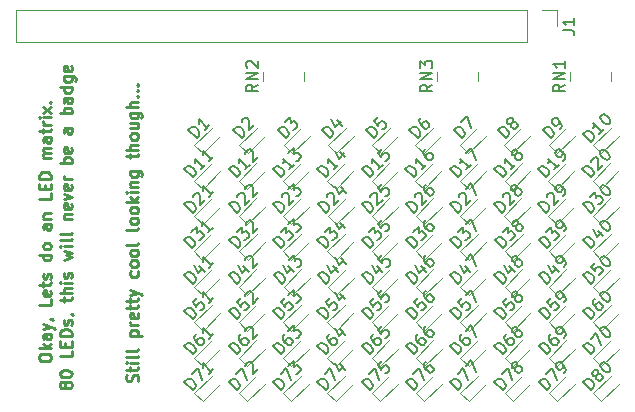
<source format=gbr>
G04 #@! TF.GenerationSoftware,KiCad,Pcbnew,5.1.0*
G04 #@! TF.CreationDate,2019-04-23T22:24:47-05:00*
G04 #@! TF.ProjectId,LedMatrix,4c65644d-6174-4726-9978-2e6b69636164,rev?*
G04 #@! TF.SameCoordinates,Original*
G04 #@! TF.FileFunction,Legend,Top*
G04 #@! TF.FilePolarity,Positive*
%FSLAX46Y46*%
G04 Gerber Fmt 4.6, Leading zero omitted, Abs format (unit mm)*
G04 Created by KiCad (PCBNEW 5.1.0) date 2019-04-23 22:24:47*
%MOMM*%
%LPD*%
G04 APERTURE LIST*
%ADD10C,0.250000*%
%ADD11C,0.120000*%
%ADD12C,0.150000*%
G04 APERTURE END LIST*
D10*
X98404761Y-75821428D02*
X98452380Y-75678571D01*
X98452380Y-75440476D01*
X98404761Y-75345238D01*
X98357142Y-75297619D01*
X98261904Y-75250000D01*
X98166666Y-75250000D01*
X98071428Y-75297619D01*
X98023809Y-75345238D01*
X97976190Y-75440476D01*
X97928571Y-75630952D01*
X97880952Y-75726190D01*
X97833333Y-75773809D01*
X97738095Y-75821428D01*
X97642857Y-75821428D01*
X97547619Y-75773809D01*
X97500000Y-75726190D01*
X97452380Y-75630952D01*
X97452380Y-75392857D01*
X97500000Y-75250000D01*
X97785714Y-74964285D02*
X97785714Y-74583333D01*
X97452380Y-74821428D02*
X98309523Y-74821428D01*
X98404761Y-74773809D01*
X98452380Y-74678571D01*
X98452380Y-74583333D01*
X98452380Y-74250000D02*
X97785714Y-74250000D01*
X97452380Y-74250000D02*
X97500000Y-74297619D01*
X97547619Y-74250000D01*
X97500000Y-74202380D01*
X97452380Y-74250000D01*
X97547619Y-74250000D01*
X98452380Y-73630952D02*
X98404761Y-73726190D01*
X98309523Y-73773809D01*
X97452380Y-73773809D01*
X98452380Y-73107142D02*
X98404761Y-73202380D01*
X98309523Y-73250000D01*
X97452380Y-73250000D01*
X97785714Y-71964285D02*
X98785714Y-71964285D01*
X97833333Y-71964285D02*
X97785714Y-71869047D01*
X97785714Y-71678571D01*
X97833333Y-71583333D01*
X97880952Y-71535714D01*
X97976190Y-71488095D01*
X98261904Y-71488095D01*
X98357142Y-71535714D01*
X98404761Y-71583333D01*
X98452380Y-71678571D01*
X98452380Y-71869047D01*
X98404761Y-71964285D01*
X98452380Y-71059523D02*
X97785714Y-71059523D01*
X97976190Y-71059523D02*
X97880952Y-71011904D01*
X97833333Y-70964285D01*
X97785714Y-70869047D01*
X97785714Y-70773809D01*
X98404761Y-70059523D02*
X98452380Y-70154761D01*
X98452380Y-70345238D01*
X98404761Y-70440476D01*
X98309523Y-70488095D01*
X97928571Y-70488095D01*
X97833333Y-70440476D01*
X97785714Y-70345238D01*
X97785714Y-70154761D01*
X97833333Y-70059523D01*
X97928571Y-70011904D01*
X98023809Y-70011904D01*
X98119047Y-70488095D01*
X97785714Y-69726190D02*
X97785714Y-69345238D01*
X97452380Y-69583333D02*
X98309523Y-69583333D01*
X98404761Y-69535714D01*
X98452380Y-69440476D01*
X98452380Y-69345238D01*
X97785714Y-69154761D02*
X97785714Y-68773809D01*
X97452380Y-69011904D02*
X98309523Y-69011904D01*
X98404761Y-68964285D01*
X98452380Y-68869047D01*
X98452380Y-68773809D01*
X97785714Y-68535714D02*
X98452380Y-68297619D01*
X97785714Y-68059523D02*
X98452380Y-68297619D01*
X98690476Y-68392857D01*
X98738095Y-68440476D01*
X98785714Y-68535714D01*
X98404761Y-66488095D02*
X98452380Y-66583333D01*
X98452380Y-66773809D01*
X98404761Y-66869047D01*
X98357142Y-66916666D01*
X98261904Y-66964285D01*
X97976190Y-66964285D01*
X97880952Y-66916666D01*
X97833333Y-66869047D01*
X97785714Y-66773809D01*
X97785714Y-66583333D01*
X97833333Y-66488095D01*
X98452380Y-65916666D02*
X98404761Y-66011904D01*
X98357142Y-66059523D01*
X98261904Y-66107142D01*
X97976190Y-66107142D01*
X97880952Y-66059523D01*
X97833333Y-66011904D01*
X97785714Y-65916666D01*
X97785714Y-65773809D01*
X97833333Y-65678571D01*
X97880952Y-65630952D01*
X97976190Y-65583333D01*
X98261904Y-65583333D01*
X98357142Y-65630952D01*
X98404761Y-65678571D01*
X98452380Y-65773809D01*
X98452380Y-65916666D01*
X98452380Y-65011904D02*
X98404761Y-65107142D01*
X98357142Y-65154761D01*
X98261904Y-65202380D01*
X97976190Y-65202380D01*
X97880952Y-65154761D01*
X97833333Y-65107142D01*
X97785714Y-65011904D01*
X97785714Y-64869047D01*
X97833333Y-64773809D01*
X97880952Y-64726190D01*
X97976190Y-64678571D01*
X98261904Y-64678571D01*
X98357142Y-64726190D01*
X98404761Y-64773809D01*
X98452380Y-64869047D01*
X98452380Y-65011904D01*
X98452380Y-64107142D02*
X98404761Y-64202380D01*
X98309523Y-64250000D01*
X97452380Y-64250000D01*
X98452380Y-62821428D02*
X98404761Y-62916666D01*
X98309523Y-62964285D01*
X97452380Y-62964285D01*
X98452380Y-62297619D02*
X98404761Y-62392857D01*
X98357142Y-62440476D01*
X98261904Y-62488095D01*
X97976190Y-62488095D01*
X97880952Y-62440476D01*
X97833333Y-62392857D01*
X97785714Y-62297619D01*
X97785714Y-62154761D01*
X97833333Y-62059523D01*
X97880952Y-62011904D01*
X97976190Y-61964285D01*
X98261904Y-61964285D01*
X98357142Y-62011904D01*
X98404761Y-62059523D01*
X98452380Y-62154761D01*
X98452380Y-62297619D01*
X98452380Y-61392857D02*
X98404761Y-61488095D01*
X98357142Y-61535714D01*
X98261904Y-61583333D01*
X97976190Y-61583333D01*
X97880952Y-61535714D01*
X97833333Y-61488095D01*
X97785714Y-61392857D01*
X97785714Y-61250000D01*
X97833333Y-61154761D01*
X97880952Y-61107142D01*
X97976190Y-61059523D01*
X98261904Y-61059523D01*
X98357142Y-61107142D01*
X98404761Y-61154761D01*
X98452380Y-61250000D01*
X98452380Y-61392857D01*
X98452380Y-60630952D02*
X97452380Y-60630952D01*
X98071428Y-60535714D02*
X98452380Y-60250000D01*
X97785714Y-60250000D02*
X98166666Y-60630952D01*
X98452380Y-59821428D02*
X97785714Y-59821428D01*
X97452380Y-59821428D02*
X97500000Y-59869047D01*
X97547619Y-59821428D01*
X97500000Y-59773809D01*
X97452380Y-59821428D01*
X97547619Y-59821428D01*
X97785714Y-59345238D02*
X98452380Y-59345238D01*
X97880952Y-59345238D02*
X97833333Y-59297619D01*
X97785714Y-59202380D01*
X97785714Y-59059523D01*
X97833333Y-58964285D01*
X97928571Y-58916666D01*
X98452380Y-58916666D01*
X97785714Y-58011904D02*
X98595238Y-58011904D01*
X98690476Y-58059523D01*
X98738095Y-58107142D01*
X98785714Y-58202380D01*
X98785714Y-58345238D01*
X98738095Y-58440476D01*
X98404761Y-58011904D02*
X98452380Y-58107142D01*
X98452380Y-58297619D01*
X98404761Y-58392857D01*
X98357142Y-58440476D01*
X98261904Y-58488095D01*
X97976190Y-58488095D01*
X97880952Y-58440476D01*
X97833333Y-58392857D01*
X97785714Y-58297619D01*
X97785714Y-58107142D01*
X97833333Y-58011904D01*
X97785714Y-56916666D02*
X97785714Y-56535714D01*
X97452380Y-56773809D02*
X98309523Y-56773809D01*
X98404761Y-56726190D01*
X98452380Y-56630952D01*
X98452380Y-56535714D01*
X98452380Y-56202380D02*
X97452380Y-56202380D01*
X98452380Y-55773809D02*
X97928571Y-55773809D01*
X97833333Y-55821428D01*
X97785714Y-55916666D01*
X97785714Y-56059523D01*
X97833333Y-56154761D01*
X97880952Y-56202380D01*
X98452380Y-55154761D02*
X98404761Y-55250000D01*
X98357142Y-55297619D01*
X98261904Y-55345238D01*
X97976190Y-55345238D01*
X97880952Y-55297619D01*
X97833333Y-55250000D01*
X97785714Y-55154761D01*
X97785714Y-55011904D01*
X97833333Y-54916666D01*
X97880952Y-54869047D01*
X97976190Y-54821428D01*
X98261904Y-54821428D01*
X98357142Y-54869047D01*
X98404761Y-54916666D01*
X98452380Y-55011904D01*
X98452380Y-55154761D01*
X97785714Y-53964285D02*
X98452380Y-53964285D01*
X97785714Y-54392857D02*
X98309523Y-54392857D01*
X98404761Y-54345238D01*
X98452380Y-54250000D01*
X98452380Y-54107142D01*
X98404761Y-54011904D01*
X98357142Y-53964285D01*
X97785714Y-53059523D02*
X98595238Y-53059523D01*
X98690476Y-53107142D01*
X98738095Y-53154761D01*
X98785714Y-53250000D01*
X98785714Y-53392857D01*
X98738095Y-53488095D01*
X98404761Y-53059523D02*
X98452380Y-53154761D01*
X98452380Y-53345238D01*
X98404761Y-53440476D01*
X98357142Y-53488095D01*
X98261904Y-53535714D01*
X97976190Y-53535714D01*
X97880952Y-53488095D01*
X97833333Y-53440476D01*
X97785714Y-53345238D01*
X97785714Y-53154761D01*
X97833333Y-53059523D01*
X98452380Y-52583333D02*
X97452380Y-52583333D01*
X98452380Y-52154761D02*
X97928571Y-52154761D01*
X97833333Y-52202380D01*
X97785714Y-52297619D01*
X97785714Y-52440476D01*
X97833333Y-52535714D01*
X97880952Y-52583333D01*
X98357142Y-51678571D02*
X98404761Y-51630952D01*
X98452380Y-51678571D01*
X98404761Y-51726190D01*
X98357142Y-51678571D01*
X98452380Y-51678571D01*
X98357142Y-51202380D02*
X98404761Y-51154761D01*
X98452380Y-51202380D01*
X98404761Y-51250000D01*
X98357142Y-51202380D01*
X98452380Y-51202380D01*
X98357142Y-50726190D02*
X98404761Y-50678571D01*
X98452380Y-50726190D01*
X98404761Y-50773809D01*
X98357142Y-50726190D01*
X98452380Y-50726190D01*
X90077380Y-73892857D02*
X90077380Y-73702380D01*
X90125000Y-73607142D01*
X90220238Y-73511904D01*
X90410714Y-73464285D01*
X90744047Y-73464285D01*
X90934523Y-73511904D01*
X91029761Y-73607142D01*
X91077380Y-73702380D01*
X91077380Y-73892857D01*
X91029761Y-73988095D01*
X90934523Y-74083333D01*
X90744047Y-74130952D01*
X90410714Y-74130952D01*
X90220238Y-74083333D01*
X90125000Y-73988095D01*
X90077380Y-73892857D01*
X91077380Y-73035714D02*
X90077380Y-73035714D01*
X90696428Y-72940476D02*
X91077380Y-72654761D01*
X90410714Y-72654761D02*
X90791666Y-73035714D01*
X91077380Y-71797619D02*
X90553571Y-71797619D01*
X90458333Y-71845238D01*
X90410714Y-71940476D01*
X90410714Y-72130952D01*
X90458333Y-72226190D01*
X91029761Y-71797619D02*
X91077380Y-71892857D01*
X91077380Y-72130952D01*
X91029761Y-72226190D01*
X90934523Y-72273809D01*
X90839285Y-72273809D01*
X90744047Y-72226190D01*
X90696428Y-72130952D01*
X90696428Y-71892857D01*
X90648809Y-71797619D01*
X90410714Y-71416666D02*
X91077380Y-71178571D01*
X90410714Y-70940476D02*
X91077380Y-71178571D01*
X91315476Y-71273809D01*
X91363095Y-71321428D01*
X91410714Y-71416666D01*
X91029761Y-70511904D02*
X91077380Y-70511904D01*
X91172619Y-70559523D01*
X91220238Y-70607142D01*
X91077380Y-68845238D02*
X91077380Y-69321428D01*
X90077380Y-69321428D01*
X91029761Y-68130952D02*
X91077380Y-68226190D01*
X91077380Y-68416666D01*
X91029761Y-68511904D01*
X90934523Y-68559523D01*
X90553571Y-68559523D01*
X90458333Y-68511904D01*
X90410714Y-68416666D01*
X90410714Y-68226190D01*
X90458333Y-68130952D01*
X90553571Y-68083333D01*
X90648809Y-68083333D01*
X90744047Y-68559523D01*
X90410714Y-67797619D02*
X90410714Y-67416666D01*
X90077380Y-67654761D02*
X90934523Y-67654761D01*
X91029761Y-67607142D01*
X91077380Y-67511904D01*
X91077380Y-67416666D01*
X91029761Y-67130952D02*
X91077380Y-67035714D01*
X91077380Y-66845238D01*
X91029761Y-66750000D01*
X90934523Y-66702380D01*
X90886904Y-66702380D01*
X90791666Y-66750000D01*
X90744047Y-66845238D01*
X90744047Y-66988095D01*
X90696428Y-67083333D01*
X90601190Y-67130952D01*
X90553571Y-67130952D01*
X90458333Y-67083333D01*
X90410714Y-66988095D01*
X90410714Y-66845238D01*
X90458333Y-66750000D01*
X91077380Y-65083333D02*
X90077380Y-65083333D01*
X91029761Y-65083333D02*
X91077380Y-65178571D01*
X91077380Y-65369047D01*
X91029761Y-65464285D01*
X90982142Y-65511904D01*
X90886904Y-65559523D01*
X90601190Y-65559523D01*
X90505952Y-65511904D01*
X90458333Y-65464285D01*
X90410714Y-65369047D01*
X90410714Y-65178571D01*
X90458333Y-65083333D01*
X91077380Y-64464285D02*
X91029761Y-64559523D01*
X90982142Y-64607142D01*
X90886904Y-64654761D01*
X90601190Y-64654761D01*
X90505952Y-64607142D01*
X90458333Y-64559523D01*
X90410714Y-64464285D01*
X90410714Y-64321428D01*
X90458333Y-64226190D01*
X90505952Y-64178571D01*
X90601190Y-64130952D01*
X90886904Y-64130952D01*
X90982142Y-64178571D01*
X91029761Y-64226190D01*
X91077380Y-64321428D01*
X91077380Y-64464285D01*
X91077380Y-62511904D02*
X90553571Y-62511904D01*
X90458333Y-62559523D01*
X90410714Y-62654761D01*
X90410714Y-62845238D01*
X90458333Y-62940476D01*
X91029761Y-62511904D02*
X91077380Y-62607142D01*
X91077380Y-62845238D01*
X91029761Y-62940476D01*
X90934523Y-62988095D01*
X90839285Y-62988095D01*
X90744047Y-62940476D01*
X90696428Y-62845238D01*
X90696428Y-62607142D01*
X90648809Y-62511904D01*
X90410714Y-62035714D02*
X91077380Y-62035714D01*
X90505952Y-62035714D02*
X90458333Y-61988095D01*
X90410714Y-61892857D01*
X90410714Y-61750000D01*
X90458333Y-61654761D01*
X90553571Y-61607142D01*
X91077380Y-61607142D01*
X91077380Y-59892857D02*
X91077380Y-60369047D01*
X90077380Y-60369047D01*
X90553571Y-59559523D02*
X90553571Y-59226190D01*
X91077380Y-59083333D02*
X91077380Y-59559523D01*
X90077380Y-59559523D01*
X90077380Y-59083333D01*
X91077380Y-58654761D02*
X90077380Y-58654761D01*
X90077380Y-58416666D01*
X90125000Y-58273809D01*
X90220238Y-58178571D01*
X90315476Y-58130952D01*
X90505952Y-58083333D01*
X90648809Y-58083333D01*
X90839285Y-58130952D01*
X90934523Y-58178571D01*
X91029761Y-58273809D01*
X91077380Y-58416666D01*
X91077380Y-58654761D01*
X91077380Y-56892857D02*
X90410714Y-56892857D01*
X90505952Y-56892857D02*
X90458333Y-56845238D01*
X90410714Y-56750000D01*
X90410714Y-56607142D01*
X90458333Y-56511904D01*
X90553571Y-56464285D01*
X91077380Y-56464285D01*
X90553571Y-56464285D02*
X90458333Y-56416666D01*
X90410714Y-56321428D01*
X90410714Y-56178571D01*
X90458333Y-56083333D01*
X90553571Y-56035714D01*
X91077380Y-56035714D01*
X91077380Y-55130952D02*
X90553571Y-55130952D01*
X90458333Y-55178571D01*
X90410714Y-55273809D01*
X90410714Y-55464285D01*
X90458333Y-55559523D01*
X91029761Y-55130952D02*
X91077380Y-55226190D01*
X91077380Y-55464285D01*
X91029761Y-55559523D01*
X90934523Y-55607142D01*
X90839285Y-55607142D01*
X90744047Y-55559523D01*
X90696428Y-55464285D01*
X90696428Y-55226190D01*
X90648809Y-55130952D01*
X90410714Y-54797619D02*
X90410714Y-54416666D01*
X90077380Y-54654761D02*
X90934523Y-54654761D01*
X91029761Y-54607142D01*
X91077380Y-54511904D01*
X91077380Y-54416666D01*
X91077380Y-54083333D02*
X90410714Y-54083333D01*
X90601190Y-54083333D02*
X90505952Y-54035714D01*
X90458333Y-53988095D01*
X90410714Y-53892857D01*
X90410714Y-53797619D01*
X91077380Y-53464285D02*
X90410714Y-53464285D01*
X90077380Y-53464285D02*
X90125000Y-53511904D01*
X90172619Y-53464285D01*
X90125000Y-53416666D01*
X90077380Y-53464285D01*
X90172619Y-53464285D01*
X91077380Y-53083333D02*
X90410714Y-52559523D01*
X90410714Y-53083333D02*
X91077380Y-52559523D01*
X90982142Y-52178571D02*
X91029761Y-52130952D01*
X91077380Y-52178571D01*
X91029761Y-52226190D01*
X90982142Y-52178571D01*
X91077380Y-52178571D01*
X92255952Y-76226190D02*
X92208333Y-76321428D01*
X92160714Y-76369047D01*
X92065476Y-76416666D01*
X92017857Y-76416666D01*
X91922619Y-76369047D01*
X91875000Y-76321428D01*
X91827380Y-76226190D01*
X91827380Y-76035714D01*
X91875000Y-75940476D01*
X91922619Y-75892857D01*
X92017857Y-75845238D01*
X92065476Y-75845238D01*
X92160714Y-75892857D01*
X92208333Y-75940476D01*
X92255952Y-76035714D01*
X92255952Y-76226190D01*
X92303571Y-76321428D01*
X92351190Y-76369047D01*
X92446428Y-76416666D01*
X92636904Y-76416666D01*
X92732142Y-76369047D01*
X92779761Y-76321428D01*
X92827380Y-76226190D01*
X92827380Y-76035714D01*
X92779761Y-75940476D01*
X92732142Y-75892857D01*
X92636904Y-75845238D01*
X92446428Y-75845238D01*
X92351190Y-75892857D01*
X92303571Y-75940476D01*
X92255952Y-76035714D01*
X91827380Y-75226190D02*
X91827380Y-75130952D01*
X91875000Y-75035714D01*
X91922619Y-74988095D01*
X92017857Y-74940476D01*
X92208333Y-74892857D01*
X92446428Y-74892857D01*
X92636904Y-74940476D01*
X92732142Y-74988095D01*
X92779761Y-75035714D01*
X92827380Y-75130952D01*
X92827380Y-75226190D01*
X92779761Y-75321428D01*
X92732142Y-75369047D01*
X92636904Y-75416666D01*
X92446428Y-75464285D01*
X92208333Y-75464285D01*
X92017857Y-75416666D01*
X91922619Y-75369047D01*
X91875000Y-75321428D01*
X91827380Y-75226190D01*
X92827380Y-73226190D02*
X92827380Y-73702380D01*
X91827380Y-73702380D01*
X92303571Y-72892857D02*
X92303571Y-72559523D01*
X92827380Y-72416666D02*
X92827380Y-72892857D01*
X91827380Y-72892857D01*
X91827380Y-72416666D01*
X92827380Y-71988095D02*
X91827380Y-71988095D01*
X91827380Y-71750000D01*
X91875000Y-71607142D01*
X91970238Y-71511904D01*
X92065476Y-71464285D01*
X92255952Y-71416666D01*
X92398809Y-71416666D01*
X92589285Y-71464285D01*
X92684523Y-71511904D01*
X92779761Y-71607142D01*
X92827380Y-71750000D01*
X92827380Y-71988095D01*
X92779761Y-71035714D02*
X92827380Y-70940476D01*
X92827380Y-70750000D01*
X92779761Y-70654761D01*
X92684523Y-70607142D01*
X92636904Y-70607142D01*
X92541666Y-70654761D01*
X92494047Y-70750000D01*
X92494047Y-70892857D01*
X92446428Y-70988095D01*
X92351190Y-71035714D01*
X92303571Y-71035714D01*
X92208333Y-70988095D01*
X92160714Y-70892857D01*
X92160714Y-70750000D01*
X92208333Y-70654761D01*
X92779761Y-70130952D02*
X92827380Y-70130952D01*
X92922619Y-70178571D01*
X92970238Y-70226190D01*
X92160714Y-69083333D02*
X92160714Y-68702380D01*
X91827380Y-68940476D02*
X92684523Y-68940476D01*
X92779761Y-68892857D01*
X92827380Y-68797619D01*
X92827380Y-68702380D01*
X92827380Y-68369047D02*
X91827380Y-68369047D01*
X92827380Y-67940476D02*
X92303571Y-67940476D01*
X92208333Y-67988095D01*
X92160714Y-68083333D01*
X92160714Y-68226190D01*
X92208333Y-68321428D01*
X92255952Y-68369047D01*
X92827380Y-67464285D02*
X92160714Y-67464285D01*
X91827380Y-67464285D02*
X91875000Y-67511904D01*
X91922619Y-67464285D01*
X91875000Y-67416666D01*
X91827380Y-67464285D01*
X91922619Y-67464285D01*
X92779761Y-67035714D02*
X92827380Y-66940476D01*
X92827380Y-66750000D01*
X92779761Y-66654761D01*
X92684523Y-66607142D01*
X92636904Y-66607142D01*
X92541666Y-66654761D01*
X92494047Y-66750000D01*
X92494047Y-66892857D01*
X92446428Y-66988095D01*
X92351190Y-67035714D01*
X92303571Y-67035714D01*
X92208333Y-66988095D01*
X92160714Y-66892857D01*
X92160714Y-66750000D01*
X92208333Y-66654761D01*
X92160714Y-65511904D02*
X92827380Y-65321428D01*
X92351190Y-65130952D01*
X92827380Y-64940476D01*
X92160714Y-64750000D01*
X92827380Y-64369047D02*
X92160714Y-64369047D01*
X91827380Y-64369047D02*
X91875000Y-64416666D01*
X91922619Y-64369047D01*
X91875000Y-64321428D01*
X91827380Y-64369047D01*
X91922619Y-64369047D01*
X92827380Y-63750000D02*
X92779761Y-63845238D01*
X92684523Y-63892857D01*
X91827380Y-63892857D01*
X92827380Y-63226190D02*
X92779761Y-63321428D01*
X92684523Y-63369047D01*
X91827380Y-63369047D01*
X92160714Y-62083333D02*
X92827380Y-62083333D01*
X92255952Y-62083333D02*
X92208333Y-62035714D01*
X92160714Y-61940476D01*
X92160714Y-61797619D01*
X92208333Y-61702380D01*
X92303571Y-61654761D01*
X92827380Y-61654761D01*
X92779761Y-60797619D02*
X92827380Y-60892857D01*
X92827380Y-61083333D01*
X92779761Y-61178571D01*
X92684523Y-61226190D01*
X92303571Y-61226190D01*
X92208333Y-61178571D01*
X92160714Y-61083333D01*
X92160714Y-60892857D01*
X92208333Y-60797619D01*
X92303571Y-60750000D01*
X92398809Y-60750000D01*
X92494047Y-61226190D01*
X92160714Y-60416666D02*
X92827380Y-60178571D01*
X92160714Y-59940476D01*
X92779761Y-59178571D02*
X92827380Y-59273809D01*
X92827380Y-59464285D01*
X92779761Y-59559523D01*
X92684523Y-59607142D01*
X92303571Y-59607142D01*
X92208333Y-59559523D01*
X92160714Y-59464285D01*
X92160714Y-59273809D01*
X92208333Y-59178571D01*
X92303571Y-59130952D01*
X92398809Y-59130952D01*
X92494047Y-59607142D01*
X92827380Y-58702380D02*
X92160714Y-58702380D01*
X92351190Y-58702380D02*
X92255952Y-58654761D01*
X92208333Y-58607142D01*
X92160714Y-58511904D01*
X92160714Y-58416666D01*
X92827380Y-57321428D02*
X91827380Y-57321428D01*
X92208333Y-57321428D02*
X92160714Y-57226190D01*
X92160714Y-57035714D01*
X92208333Y-56940476D01*
X92255952Y-56892857D01*
X92351190Y-56845238D01*
X92636904Y-56845238D01*
X92732142Y-56892857D01*
X92779761Y-56940476D01*
X92827380Y-57035714D01*
X92827380Y-57226190D01*
X92779761Y-57321428D01*
X92779761Y-56035714D02*
X92827380Y-56130952D01*
X92827380Y-56321428D01*
X92779761Y-56416666D01*
X92684523Y-56464285D01*
X92303571Y-56464285D01*
X92208333Y-56416666D01*
X92160714Y-56321428D01*
X92160714Y-56130952D01*
X92208333Y-56035714D01*
X92303571Y-55988095D01*
X92398809Y-55988095D01*
X92494047Y-56464285D01*
X92827380Y-54369047D02*
X92303571Y-54369047D01*
X92208333Y-54416666D01*
X92160714Y-54511904D01*
X92160714Y-54702380D01*
X92208333Y-54797619D01*
X92779761Y-54369047D02*
X92827380Y-54464285D01*
X92827380Y-54702380D01*
X92779761Y-54797619D01*
X92684523Y-54845238D01*
X92589285Y-54845238D01*
X92494047Y-54797619D01*
X92446428Y-54702380D01*
X92446428Y-54464285D01*
X92398809Y-54369047D01*
X92827380Y-53130952D02*
X91827380Y-53130952D01*
X92208333Y-53130952D02*
X92160714Y-53035714D01*
X92160714Y-52845238D01*
X92208333Y-52750000D01*
X92255952Y-52702380D01*
X92351190Y-52654761D01*
X92636904Y-52654761D01*
X92732142Y-52702380D01*
X92779761Y-52750000D01*
X92827380Y-52845238D01*
X92827380Y-53035714D01*
X92779761Y-53130952D01*
X92827380Y-51797619D02*
X92303571Y-51797619D01*
X92208333Y-51845238D01*
X92160714Y-51940476D01*
X92160714Y-52130952D01*
X92208333Y-52226190D01*
X92779761Y-51797619D02*
X92827380Y-51892857D01*
X92827380Y-52130952D01*
X92779761Y-52226190D01*
X92684523Y-52273809D01*
X92589285Y-52273809D01*
X92494047Y-52226190D01*
X92446428Y-52130952D01*
X92446428Y-51892857D01*
X92398809Y-51797619D01*
X92827380Y-50892857D02*
X91827380Y-50892857D01*
X92779761Y-50892857D02*
X92827380Y-50988095D01*
X92827380Y-51178571D01*
X92779761Y-51273809D01*
X92732142Y-51321428D01*
X92636904Y-51369047D01*
X92351190Y-51369047D01*
X92255952Y-51321428D01*
X92208333Y-51273809D01*
X92160714Y-51178571D01*
X92160714Y-50988095D01*
X92208333Y-50892857D01*
X92160714Y-49988095D02*
X92970238Y-49988095D01*
X93065476Y-50035714D01*
X93113095Y-50083333D01*
X93160714Y-50178571D01*
X93160714Y-50321428D01*
X93113095Y-50416666D01*
X92779761Y-49988095D02*
X92827380Y-50083333D01*
X92827380Y-50273809D01*
X92779761Y-50369047D01*
X92732142Y-50416666D01*
X92636904Y-50464285D01*
X92351190Y-50464285D01*
X92255952Y-50416666D01*
X92208333Y-50369047D01*
X92160714Y-50273809D01*
X92160714Y-50083333D01*
X92208333Y-49988095D01*
X92779761Y-49130952D02*
X92827380Y-49226190D01*
X92827380Y-49416666D01*
X92779761Y-49511904D01*
X92684523Y-49559523D01*
X92303571Y-49559523D01*
X92208333Y-49511904D01*
X92160714Y-49416666D01*
X92160714Y-49226190D01*
X92208333Y-49130952D01*
X92303571Y-49083333D01*
X92398809Y-49083333D01*
X92494047Y-49559523D01*
D11*
X88100000Y-44420000D02*
X88100000Y-47080000D01*
X131340000Y-44420000D02*
X88100000Y-44420000D01*
X131340000Y-47080000D02*
X88100000Y-47080000D01*
X131340000Y-44420000D02*
X131340000Y-47080000D01*
X132610000Y-44420000D02*
X133940000Y-44420000D01*
X133940000Y-44420000D02*
X133940000Y-45750000D01*
X138470000Y-49600000D02*
X138470000Y-50400000D01*
X135030000Y-49600000D02*
X135030000Y-50400000D01*
X112470000Y-49600000D02*
X112470000Y-50400000D01*
X109030000Y-49600000D02*
X109030000Y-50400000D01*
X123780000Y-49600000D02*
X123780000Y-50400000D01*
X127220000Y-49600000D02*
X127220000Y-50400000D01*
X103227208Y-55815685D02*
X104712132Y-54330761D01*
X103934315Y-56522792D02*
X105419239Y-55037868D01*
X103227208Y-55815685D02*
X103934315Y-56522792D01*
X107027208Y-55815685D02*
X107734315Y-56522792D01*
X107734315Y-56522792D02*
X109219239Y-55037868D01*
X107027208Y-55815685D02*
X108512132Y-54330761D01*
X110777208Y-55815685D02*
X112262132Y-54330761D01*
X111484315Y-56522792D02*
X112969239Y-55037868D01*
X110777208Y-55815685D02*
X111484315Y-56522792D01*
X114527208Y-55815685D02*
X116012132Y-54330761D01*
X115234315Y-56522792D02*
X116719239Y-55037868D01*
X114527208Y-55815685D02*
X115234315Y-56522792D01*
X118277208Y-55815685D02*
X119762132Y-54330761D01*
X118984315Y-56522792D02*
X120469239Y-55037868D01*
X118277208Y-55815685D02*
X118984315Y-56522792D01*
X121927208Y-55815685D02*
X123412132Y-54330761D01*
X122634315Y-56522792D02*
X124119239Y-55037868D01*
X121927208Y-55815685D02*
X122634315Y-56522792D01*
X125677208Y-55815685D02*
X127162132Y-54330761D01*
X126384315Y-56522792D02*
X127869239Y-55037868D01*
X125677208Y-55815685D02*
X126384315Y-56522792D01*
X129427208Y-55815685D02*
X130912132Y-54330761D01*
X130134315Y-56522792D02*
X131619239Y-55037868D01*
X129427208Y-55815685D02*
X130134315Y-56522792D01*
X133227208Y-55815685D02*
X134712132Y-54330761D01*
X133934315Y-56522792D02*
X135419239Y-55037868D01*
X133227208Y-55815685D02*
X133934315Y-56522792D01*
X136977208Y-55815685D02*
X138462132Y-54330761D01*
X137684315Y-56522792D02*
X139169239Y-55037868D01*
X136977208Y-55815685D02*
X137684315Y-56522792D01*
X103227208Y-58815685D02*
X103934315Y-59522792D01*
X103934315Y-59522792D02*
X105419239Y-58037868D01*
X103227208Y-58815685D02*
X104712132Y-57330761D01*
X106977208Y-58815685D02*
X107684315Y-59522792D01*
X107684315Y-59522792D02*
X109169239Y-58037868D01*
X106977208Y-58815685D02*
X108462132Y-57330761D01*
X110727208Y-58815685D02*
X111434315Y-59522792D01*
X111434315Y-59522792D02*
X112919239Y-58037868D01*
X110727208Y-58815685D02*
X112212132Y-57330761D01*
X114477208Y-58815685D02*
X115184315Y-59522792D01*
X115184315Y-59522792D02*
X116669239Y-58037868D01*
X114477208Y-58815685D02*
X115962132Y-57330761D01*
X118227208Y-58815685D02*
X118934315Y-59522792D01*
X118934315Y-59522792D02*
X120419239Y-58037868D01*
X118227208Y-58815685D02*
X119712132Y-57330761D01*
X121927208Y-58815685D02*
X122634315Y-59522792D01*
X122634315Y-59522792D02*
X124119239Y-58037868D01*
X121927208Y-58815685D02*
X123412132Y-57330761D01*
X125727208Y-58815685D02*
X126434315Y-59522792D01*
X126434315Y-59522792D02*
X127919239Y-58037868D01*
X125727208Y-58815685D02*
X127212132Y-57330761D01*
X129477208Y-58815685D02*
X130184315Y-59522792D01*
X130184315Y-59522792D02*
X131669239Y-58037868D01*
X129477208Y-58815685D02*
X130962132Y-57330761D01*
X133177208Y-58815685D02*
X133884315Y-59522792D01*
X133884315Y-59522792D02*
X135369239Y-58037868D01*
X133177208Y-58815685D02*
X134662132Y-57330761D01*
X136927208Y-58815685D02*
X137634315Y-59522792D01*
X137634315Y-59522792D02*
X139119239Y-58037868D01*
X136927208Y-58815685D02*
X138412132Y-57330761D01*
X103227208Y-61815685D02*
X103934315Y-62522792D01*
X103934315Y-62522792D02*
X105419239Y-61037868D01*
X103227208Y-61815685D02*
X104712132Y-60330761D01*
X106977208Y-61815685D02*
X108462132Y-60330761D01*
X107684315Y-62522792D02*
X109169239Y-61037868D01*
X106977208Y-61815685D02*
X107684315Y-62522792D01*
X110727208Y-61815685D02*
X112212132Y-60330761D01*
X111434315Y-62522792D02*
X112919239Y-61037868D01*
X110727208Y-61815685D02*
X111434315Y-62522792D01*
X114527208Y-61815685D02*
X116012132Y-60330761D01*
X115234315Y-62522792D02*
X116719239Y-61037868D01*
X114527208Y-61815685D02*
X115234315Y-62522792D01*
X118227208Y-61815685D02*
X118934315Y-62522792D01*
X118934315Y-62522792D02*
X120419239Y-61037868D01*
X118227208Y-61815685D02*
X119712132Y-60330761D01*
X121977208Y-61815685D02*
X123462132Y-60330761D01*
X122684315Y-62522792D02*
X124169239Y-61037868D01*
X121977208Y-61815685D02*
X122684315Y-62522792D01*
X125727208Y-61815685D02*
X127212132Y-60330761D01*
X126434315Y-62522792D02*
X127919239Y-61037868D01*
X125727208Y-61815685D02*
X126434315Y-62522792D01*
X129427208Y-61815685D02*
X130912132Y-60330761D01*
X130134315Y-62522792D02*
X131619239Y-61037868D01*
X129427208Y-61815685D02*
X130134315Y-62522792D01*
X133177208Y-61815685D02*
X134662132Y-60330761D01*
X133884315Y-62522792D02*
X135369239Y-61037868D01*
X133177208Y-61815685D02*
X133884315Y-62522792D01*
X136952208Y-61815685D02*
X138437132Y-60330761D01*
X137659315Y-62522792D02*
X139144239Y-61037868D01*
X136952208Y-61815685D02*
X137659315Y-62522792D01*
X103177208Y-64815685D02*
X103884315Y-65522792D01*
X103884315Y-65522792D02*
X105369239Y-64037868D01*
X103177208Y-64815685D02*
X104662132Y-63330761D01*
X107027208Y-64815685D02*
X107734315Y-65522792D01*
X107734315Y-65522792D02*
X109219239Y-64037868D01*
X107027208Y-64815685D02*
X108512132Y-63330761D01*
X110727208Y-64815685D02*
X111434315Y-65522792D01*
X111434315Y-65522792D02*
X112919239Y-64037868D01*
X110727208Y-64815685D02*
X112212132Y-63330761D01*
X114477208Y-64815685D02*
X115184315Y-65522792D01*
X115184315Y-65522792D02*
X116669239Y-64037868D01*
X114477208Y-64815685D02*
X115962132Y-63330761D01*
X118227208Y-64815685D02*
X119712132Y-63330761D01*
X118934315Y-65522792D02*
X120419239Y-64037868D01*
X118227208Y-64815685D02*
X118934315Y-65522792D01*
X121977208Y-64815685D02*
X122684315Y-65522792D01*
X122684315Y-65522792D02*
X124169239Y-64037868D01*
X121977208Y-64815685D02*
X123462132Y-63330761D01*
X125727208Y-64815685D02*
X126434315Y-65522792D01*
X126434315Y-65522792D02*
X127919239Y-64037868D01*
X125727208Y-64815685D02*
X127212132Y-63330761D01*
X129527208Y-64815685D02*
X130234315Y-65522792D01*
X130234315Y-65522792D02*
X131719239Y-64037868D01*
X129527208Y-64815685D02*
X131012132Y-63330761D01*
X133227208Y-64815685D02*
X133934315Y-65522792D01*
X133934315Y-65522792D02*
X135419239Y-64037868D01*
X133227208Y-64815685D02*
X134712132Y-63330761D01*
X136977208Y-64815685D02*
X137684315Y-65522792D01*
X137684315Y-65522792D02*
X139169239Y-64037868D01*
X136977208Y-64815685D02*
X138462132Y-63330761D01*
X103227208Y-67815685D02*
X104712132Y-66330761D01*
X103934315Y-68522792D02*
X105419239Y-67037868D01*
X103227208Y-67815685D02*
X103934315Y-68522792D01*
X106977208Y-67815685D02*
X108462132Y-66330761D01*
X107684315Y-68522792D02*
X109169239Y-67037868D01*
X106977208Y-67815685D02*
X107684315Y-68522792D01*
X110777208Y-67815685D02*
X112262132Y-66330761D01*
X111484315Y-68522792D02*
X112969239Y-67037868D01*
X110777208Y-67815685D02*
X111484315Y-68522792D01*
X114527208Y-67815685D02*
X116012132Y-66330761D01*
X115234315Y-68522792D02*
X116719239Y-67037868D01*
X114527208Y-67815685D02*
X115234315Y-68522792D01*
X118277208Y-67815685D02*
X119762132Y-66330761D01*
X118984315Y-68522792D02*
X120469239Y-67037868D01*
X118277208Y-67815685D02*
X118984315Y-68522792D01*
X121977208Y-67815685D02*
X123462132Y-66330761D01*
X122684315Y-68522792D02*
X124169239Y-67037868D01*
X121977208Y-67815685D02*
X122684315Y-68522792D01*
X125727208Y-67815685D02*
X126434315Y-68522792D01*
X126434315Y-68522792D02*
X127919239Y-67037868D01*
X125727208Y-67815685D02*
X127212132Y-66330761D01*
X129477208Y-67815685D02*
X130962132Y-66330761D01*
X130184315Y-68522792D02*
X131669239Y-67037868D01*
X129477208Y-67815685D02*
X130184315Y-68522792D01*
X133227208Y-67815685D02*
X134712132Y-66330761D01*
X133934315Y-68522792D02*
X135419239Y-67037868D01*
X133227208Y-67815685D02*
X133934315Y-68522792D01*
X136977208Y-67815685D02*
X138462132Y-66330761D01*
X137684315Y-68522792D02*
X139169239Y-67037868D01*
X136977208Y-67815685D02*
X137684315Y-68522792D01*
X103227208Y-70815685D02*
X103934315Y-71522792D01*
X103934315Y-71522792D02*
X105419239Y-70037868D01*
X103227208Y-70815685D02*
X104712132Y-69330761D01*
X106977208Y-70815685D02*
X107684315Y-71522792D01*
X107684315Y-71522792D02*
X109169239Y-70037868D01*
X106977208Y-70815685D02*
X108462132Y-69330761D01*
X110727208Y-70815685D02*
X111434315Y-71522792D01*
X111434315Y-71522792D02*
X112919239Y-70037868D01*
X110727208Y-70815685D02*
X112212132Y-69330761D01*
X114477208Y-70815685D02*
X115962132Y-69330761D01*
X115184315Y-71522792D02*
X116669239Y-70037868D01*
X114477208Y-70815685D02*
X115184315Y-71522792D01*
X118227208Y-70815685D02*
X118934315Y-71522792D01*
X118934315Y-71522792D02*
X120419239Y-70037868D01*
X118227208Y-70815685D02*
X119712132Y-69330761D01*
X121977208Y-70815685D02*
X122684315Y-71522792D01*
X122684315Y-71522792D02*
X124169239Y-70037868D01*
X121977208Y-70815685D02*
X123462132Y-69330761D01*
X125727208Y-70815685D02*
X127212132Y-69330761D01*
X126434315Y-71522792D02*
X127919239Y-70037868D01*
X125727208Y-70815685D02*
X126434315Y-71522792D01*
X129477208Y-70815685D02*
X130184315Y-71522792D01*
X130184315Y-71522792D02*
X131669239Y-70037868D01*
X129477208Y-70815685D02*
X130962132Y-69330761D01*
X133227208Y-70815685D02*
X133934315Y-71522792D01*
X133934315Y-71522792D02*
X135419239Y-70037868D01*
X133227208Y-70815685D02*
X134712132Y-69330761D01*
X136977208Y-70815685D02*
X137684315Y-71522792D01*
X137684315Y-71522792D02*
X139169239Y-70037868D01*
X136977208Y-70815685D02*
X138462132Y-69330761D01*
X103227208Y-73815685D02*
X104712132Y-72330761D01*
X103934315Y-74522792D02*
X105419239Y-73037868D01*
X103227208Y-73815685D02*
X103934315Y-74522792D01*
X106977208Y-73815685D02*
X108462132Y-72330761D01*
X107684315Y-74522792D02*
X109169239Y-73037868D01*
X106977208Y-73815685D02*
X107684315Y-74522792D01*
X110727208Y-73815685D02*
X112212132Y-72330761D01*
X111434315Y-74522792D02*
X112919239Y-73037868D01*
X110727208Y-73815685D02*
X111434315Y-74522792D01*
X114477208Y-73815685D02*
X115962132Y-72330761D01*
X115184315Y-74522792D02*
X116669239Y-73037868D01*
X114477208Y-73815685D02*
X115184315Y-74522792D01*
X118227208Y-73815685D02*
X119712132Y-72330761D01*
X118934315Y-74522792D02*
X120419239Y-73037868D01*
X118227208Y-73815685D02*
X118934315Y-74522792D01*
X121977208Y-73815685D02*
X123462132Y-72330761D01*
X122684315Y-74522792D02*
X124169239Y-73037868D01*
X121977208Y-73815685D02*
X122684315Y-74522792D01*
X125727208Y-73815685D02*
X127212132Y-72330761D01*
X126434315Y-74522792D02*
X127919239Y-73037868D01*
X125727208Y-73815685D02*
X126434315Y-74522792D01*
X129477208Y-73815685D02*
X130962132Y-72330761D01*
X130184315Y-74522792D02*
X131669239Y-73037868D01*
X129477208Y-73815685D02*
X130184315Y-74522792D01*
X133227208Y-73815685D02*
X134712132Y-72330761D01*
X133934315Y-74522792D02*
X135419239Y-73037868D01*
X133227208Y-73815685D02*
X133934315Y-74522792D01*
X136977208Y-73815685D02*
X138462132Y-72330761D01*
X137684315Y-74522792D02*
X139169239Y-73037868D01*
X136977208Y-73815685D02*
X137684315Y-74522792D01*
X103227208Y-76815685D02*
X103934315Y-77522792D01*
X103934315Y-77522792D02*
X105419239Y-76037868D01*
X103227208Y-76815685D02*
X104712132Y-75330761D01*
X106977208Y-76815685D02*
X107684315Y-77522792D01*
X107684315Y-77522792D02*
X109169239Y-76037868D01*
X106977208Y-76815685D02*
X108462132Y-75330761D01*
X110727208Y-76815685D02*
X112212132Y-75330761D01*
X111434315Y-77522792D02*
X112919239Y-76037868D01*
X110727208Y-76815685D02*
X111434315Y-77522792D01*
X114477208Y-76815685D02*
X115184315Y-77522792D01*
X115184315Y-77522792D02*
X116669239Y-76037868D01*
X114477208Y-76815685D02*
X115962132Y-75330761D01*
X118227208Y-76815685D02*
X118934315Y-77522792D01*
X118934315Y-77522792D02*
X120419239Y-76037868D01*
X118227208Y-76815685D02*
X119712132Y-75330761D01*
X121977208Y-76815685D02*
X122684315Y-77522792D01*
X122684315Y-77522792D02*
X124169239Y-76037868D01*
X121977208Y-76815685D02*
X123462132Y-75330761D01*
X125727208Y-76815685D02*
X126434315Y-77522792D01*
X126434315Y-77522792D02*
X127919239Y-76037868D01*
X125727208Y-76815685D02*
X127212132Y-75330761D01*
X129477208Y-76815685D02*
X130184315Y-77522792D01*
X130184315Y-77522792D02*
X131669239Y-76037868D01*
X129477208Y-76815685D02*
X130962132Y-75330761D01*
X133227208Y-76815685D02*
X133934315Y-77522792D01*
X133934315Y-77522792D02*
X135419239Y-76037868D01*
X133227208Y-76815685D02*
X134712132Y-75330761D01*
X136977208Y-76815685D02*
X138462132Y-75330761D01*
X137684315Y-77522792D02*
X139169239Y-76037868D01*
X136977208Y-76815685D02*
X137684315Y-77522792D01*
D12*
X134392380Y-46083333D02*
X135106666Y-46083333D01*
X135249523Y-46130952D01*
X135344761Y-46226190D01*
X135392380Y-46369047D01*
X135392380Y-46464285D01*
X135392380Y-45083333D02*
X135392380Y-45654761D01*
X135392380Y-45369047D02*
X134392380Y-45369047D01*
X134535238Y-45464285D01*
X134630476Y-45559523D01*
X134678095Y-45654761D01*
X134602380Y-50690476D02*
X134126190Y-51023809D01*
X134602380Y-51261904D02*
X133602380Y-51261904D01*
X133602380Y-50880952D01*
X133650000Y-50785714D01*
X133697619Y-50738095D01*
X133792857Y-50690476D01*
X133935714Y-50690476D01*
X134030952Y-50738095D01*
X134078571Y-50785714D01*
X134126190Y-50880952D01*
X134126190Y-51261904D01*
X134602380Y-50261904D02*
X133602380Y-50261904D01*
X134602380Y-49690476D01*
X133602380Y-49690476D01*
X134602380Y-48690476D02*
X134602380Y-49261904D01*
X134602380Y-48976190D02*
X133602380Y-48976190D01*
X133745238Y-49071428D01*
X133840476Y-49166666D01*
X133888095Y-49261904D01*
X108602380Y-50690476D02*
X108126190Y-51023809D01*
X108602380Y-51261904D02*
X107602380Y-51261904D01*
X107602380Y-50880952D01*
X107650000Y-50785714D01*
X107697619Y-50738095D01*
X107792857Y-50690476D01*
X107935714Y-50690476D01*
X108030952Y-50738095D01*
X108078571Y-50785714D01*
X108126190Y-50880952D01*
X108126190Y-51261904D01*
X108602380Y-50261904D02*
X107602380Y-50261904D01*
X108602380Y-49690476D01*
X107602380Y-49690476D01*
X107697619Y-49261904D02*
X107650000Y-49214285D01*
X107602380Y-49119047D01*
X107602380Y-48880952D01*
X107650000Y-48785714D01*
X107697619Y-48738095D01*
X107792857Y-48690476D01*
X107888095Y-48690476D01*
X108030952Y-48738095D01*
X108602380Y-49309523D01*
X108602380Y-48690476D01*
X123352380Y-50690476D02*
X122876190Y-51023809D01*
X123352380Y-51261904D02*
X122352380Y-51261904D01*
X122352380Y-50880952D01*
X122400000Y-50785714D01*
X122447619Y-50738095D01*
X122542857Y-50690476D01*
X122685714Y-50690476D01*
X122780952Y-50738095D01*
X122828571Y-50785714D01*
X122876190Y-50880952D01*
X122876190Y-51261904D01*
X123352380Y-50261904D02*
X122352380Y-50261904D01*
X123352380Y-49690476D01*
X122352380Y-49690476D01*
X122352380Y-49309523D02*
X122352380Y-48690476D01*
X122733333Y-49023809D01*
X122733333Y-48880952D01*
X122780952Y-48785714D01*
X122828571Y-48738095D01*
X122923809Y-48690476D01*
X123161904Y-48690476D01*
X123257142Y-48738095D01*
X123304761Y-48785714D01*
X123352380Y-48880952D01*
X123352380Y-49166666D01*
X123304761Y-49261904D01*
X123257142Y-49309523D01*
X103414086Y-55207910D02*
X102706979Y-54500804D01*
X102875338Y-54332445D01*
X103010025Y-54265101D01*
X103144712Y-54265101D01*
X103245727Y-54298773D01*
X103414086Y-54399788D01*
X103515101Y-54500804D01*
X103616117Y-54669162D01*
X103649788Y-54770178D01*
X103649788Y-54904865D01*
X103582445Y-55039552D01*
X103414086Y-55207910D01*
X104491582Y-54130414D02*
X104087521Y-54534475D01*
X104289552Y-54332445D02*
X103582445Y-53625338D01*
X103616117Y-53793697D01*
X103616117Y-53928384D01*
X103582445Y-54029399D01*
X107214086Y-55207910D02*
X106506979Y-54500804D01*
X106675338Y-54332445D01*
X106810025Y-54265101D01*
X106944712Y-54265101D01*
X107045727Y-54298773D01*
X107214086Y-54399788D01*
X107315101Y-54500804D01*
X107416117Y-54669162D01*
X107449788Y-54770178D01*
X107449788Y-54904865D01*
X107382445Y-55039552D01*
X107214086Y-55207910D01*
X107247758Y-53894712D02*
X107247758Y-53827368D01*
X107281429Y-53726353D01*
X107449788Y-53557994D01*
X107550804Y-53524323D01*
X107618147Y-53524323D01*
X107719162Y-53557994D01*
X107786506Y-53625338D01*
X107853849Y-53760025D01*
X107853849Y-54568147D01*
X108291582Y-54130414D01*
X110964086Y-55207910D02*
X110256979Y-54500804D01*
X110425338Y-54332445D01*
X110560025Y-54265101D01*
X110694712Y-54265101D01*
X110795727Y-54298773D01*
X110964086Y-54399788D01*
X111065101Y-54500804D01*
X111166117Y-54669162D01*
X111199788Y-54770178D01*
X111199788Y-54904865D01*
X111132445Y-55039552D01*
X110964086Y-55207910D01*
X110896742Y-53861040D02*
X111334475Y-53423307D01*
X111368147Y-53928384D01*
X111469162Y-53827368D01*
X111570178Y-53793697D01*
X111637521Y-53793697D01*
X111738536Y-53827368D01*
X111906895Y-53995727D01*
X111940567Y-54096742D01*
X111940567Y-54164086D01*
X111906895Y-54265101D01*
X111704865Y-54467132D01*
X111603849Y-54500804D01*
X111536506Y-54500804D01*
X114714086Y-55207910D02*
X114006979Y-54500804D01*
X114175338Y-54332445D01*
X114310025Y-54265101D01*
X114444712Y-54265101D01*
X114545727Y-54298773D01*
X114714086Y-54399788D01*
X114815101Y-54500804D01*
X114916117Y-54669162D01*
X114949788Y-54770178D01*
X114949788Y-54904865D01*
X114882445Y-55039552D01*
X114714086Y-55207910D01*
X115252834Y-53726353D02*
X115724239Y-54197758D01*
X114815101Y-53625338D02*
X115151819Y-54298773D01*
X115589552Y-53861040D01*
X118464086Y-55207910D02*
X117756979Y-54500804D01*
X117925338Y-54332445D01*
X118060025Y-54265101D01*
X118194712Y-54265101D01*
X118295727Y-54298773D01*
X118464086Y-54399788D01*
X118565101Y-54500804D01*
X118666117Y-54669162D01*
X118699788Y-54770178D01*
X118699788Y-54904865D01*
X118632445Y-55039552D01*
X118464086Y-55207910D01*
X118800804Y-53456979D02*
X118464086Y-53793697D01*
X118767132Y-54164086D01*
X118767132Y-54096742D01*
X118800804Y-53995727D01*
X118969162Y-53827368D01*
X119070178Y-53793697D01*
X119137521Y-53793697D01*
X119238536Y-53827368D01*
X119406895Y-53995727D01*
X119440567Y-54096742D01*
X119440567Y-54164086D01*
X119406895Y-54265101D01*
X119238536Y-54433460D01*
X119137521Y-54467132D01*
X119070178Y-54467132D01*
X122114086Y-55207910D02*
X121406979Y-54500804D01*
X121575338Y-54332445D01*
X121710025Y-54265101D01*
X121844712Y-54265101D01*
X121945727Y-54298773D01*
X122114086Y-54399788D01*
X122215101Y-54500804D01*
X122316117Y-54669162D01*
X122349788Y-54770178D01*
X122349788Y-54904865D01*
X122282445Y-55039552D01*
X122114086Y-55207910D01*
X122417132Y-53490651D02*
X122282445Y-53625338D01*
X122248773Y-53726353D01*
X122248773Y-53793697D01*
X122282445Y-53962055D01*
X122383460Y-54130414D01*
X122652834Y-54399788D01*
X122753849Y-54433460D01*
X122821193Y-54433460D01*
X122922208Y-54399788D01*
X123056895Y-54265101D01*
X123090567Y-54164086D01*
X123090567Y-54096742D01*
X123056895Y-53995727D01*
X122888536Y-53827368D01*
X122787521Y-53793697D01*
X122720178Y-53793697D01*
X122619162Y-53827368D01*
X122484475Y-53962055D01*
X122450804Y-54063071D01*
X122450804Y-54130414D01*
X122484475Y-54231429D01*
X125864086Y-55207910D02*
X125156979Y-54500804D01*
X125325338Y-54332445D01*
X125460025Y-54265101D01*
X125594712Y-54265101D01*
X125695727Y-54298773D01*
X125864086Y-54399788D01*
X125965101Y-54500804D01*
X126066117Y-54669162D01*
X126099788Y-54770178D01*
X126099788Y-54904865D01*
X126032445Y-55039552D01*
X125864086Y-55207910D01*
X125796742Y-53861040D02*
X126268147Y-53389636D01*
X126672208Y-54399788D01*
X129614086Y-55207910D02*
X128906979Y-54500804D01*
X129075338Y-54332445D01*
X129210025Y-54265101D01*
X129344712Y-54265101D01*
X129445727Y-54298773D01*
X129614086Y-54399788D01*
X129715101Y-54500804D01*
X129816117Y-54669162D01*
X129849788Y-54770178D01*
X129849788Y-54904865D01*
X129782445Y-55039552D01*
X129614086Y-55207910D01*
X130018147Y-53995727D02*
X129917132Y-54029399D01*
X129849788Y-54029399D01*
X129748773Y-53995727D01*
X129715101Y-53962055D01*
X129681429Y-53861040D01*
X129681429Y-53793697D01*
X129715101Y-53692681D01*
X129849788Y-53557994D01*
X129950804Y-53524323D01*
X130018147Y-53524323D01*
X130119162Y-53557994D01*
X130152834Y-53591666D01*
X130186506Y-53692681D01*
X130186506Y-53760025D01*
X130152834Y-53861040D01*
X130018147Y-53995727D01*
X129984475Y-54096742D01*
X129984475Y-54164086D01*
X130018147Y-54265101D01*
X130152834Y-54399788D01*
X130253849Y-54433460D01*
X130321193Y-54433460D01*
X130422208Y-54399788D01*
X130556895Y-54265101D01*
X130590567Y-54164086D01*
X130590567Y-54096742D01*
X130556895Y-53995727D01*
X130422208Y-53861040D01*
X130321193Y-53827368D01*
X130253849Y-53827368D01*
X130152834Y-53861040D01*
X133414086Y-55207910D02*
X132706979Y-54500804D01*
X132875338Y-54332445D01*
X133010025Y-54265101D01*
X133144712Y-54265101D01*
X133245727Y-54298773D01*
X133414086Y-54399788D01*
X133515101Y-54500804D01*
X133616117Y-54669162D01*
X133649788Y-54770178D01*
X133649788Y-54904865D01*
X133582445Y-55039552D01*
X133414086Y-55207910D01*
X134154865Y-54467132D02*
X134289552Y-54332445D01*
X134323223Y-54231429D01*
X134323223Y-54164086D01*
X134289552Y-53995727D01*
X134188536Y-53827368D01*
X133919162Y-53557994D01*
X133818147Y-53524323D01*
X133750804Y-53524323D01*
X133649788Y-53557994D01*
X133515101Y-53692681D01*
X133481429Y-53793697D01*
X133481429Y-53861040D01*
X133515101Y-53962055D01*
X133683460Y-54130414D01*
X133784475Y-54164086D01*
X133851819Y-54164086D01*
X133952834Y-54130414D01*
X134087521Y-53995727D01*
X134121193Y-53894712D01*
X134121193Y-53827368D01*
X134087521Y-53726353D01*
X136827368Y-55544628D02*
X136120262Y-54837521D01*
X136288620Y-54669162D01*
X136423307Y-54601819D01*
X136557994Y-54601819D01*
X136659010Y-54635491D01*
X136827368Y-54736506D01*
X136928384Y-54837521D01*
X137029399Y-55005880D01*
X137063071Y-55106895D01*
X137063071Y-55241582D01*
X136995727Y-55376269D01*
X136827368Y-55544628D01*
X137904865Y-54467132D02*
X137500804Y-54871193D01*
X137702834Y-54669162D02*
X136995727Y-53962055D01*
X137029399Y-54130414D01*
X137029399Y-54265101D01*
X136995727Y-54366117D01*
X137635491Y-53322292D02*
X137702834Y-53254949D01*
X137803849Y-53221277D01*
X137871193Y-53221277D01*
X137972208Y-53254949D01*
X138140567Y-53355964D01*
X138308926Y-53524323D01*
X138409941Y-53692681D01*
X138443613Y-53793697D01*
X138443613Y-53861040D01*
X138409941Y-53962055D01*
X138342597Y-54029399D01*
X138241582Y-54063071D01*
X138174239Y-54063071D01*
X138073223Y-54029399D01*
X137904865Y-53928384D01*
X137736506Y-53760025D01*
X137635491Y-53591666D01*
X137601819Y-53490651D01*
X137601819Y-53423307D01*
X137635491Y-53322292D01*
X103077368Y-58544628D02*
X102370262Y-57837521D01*
X102538620Y-57669162D01*
X102673307Y-57601819D01*
X102807994Y-57601819D01*
X102909010Y-57635491D01*
X103077368Y-57736506D01*
X103178384Y-57837521D01*
X103279399Y-58005880D01*
X103313071Y-58106895D01*
X103313071Y-58241582D01*
X103245727Y-58376269D01*
X103077368Y-58544628D01*
X104154865Y-57467132D02*
X103750804Y-57871193D01*
X103952834Y-57669162D02*
X103245727Y-56962055D01*
X103279399Y-57130414D01*
X103279399Y-57265101D01*
X103245727Y-57366117D01*
X104828300Y-56793697D02*
X104424239Y-57197758D01*
X104626269Y-56995727D02*
X103919162Y-56288620D01*
X103952834Y-56456979D01*
X103952834Y-56591666D01*
X103919162Y-56692681D01*
X106827368Y-58544628D02*
X106120262Y-57837521D01*
X106288620Y-57669162D01*
X106423307Y-57601819D01*
X106557994Y-57601819D01*
X106659010Y-57635491D01*
X106827368Y-57736506D01*
X106928384Y-57837521D01*
X107029399Y-58005880D01*
X107063071Y-58106895D01*
X107063071Y-58241582D01*
X106995727Y-58376269D01*
X106827368Y-58544628D01*
X107904865Y-57467132D02*
X107500804Y-57871193D01*
X107702834Y-57669162D02*
X106995727Y-56962055D01*
X107029399Y-57130414D01*
X107029399Y-57265101D01*
X106995727Y-57366117D01*
X107534475Y-56557994D02*
X107534475Y-56490651D01*
X107568147Y-56389636D01*
X107736506Y-56221277D01*
X107837521Y-56187605D01*
X107904865Y-56187605D01*
X108005880Y-56221277D01*
X108073223Y-56288620D01*
X108140567Y-56423307D01*
X108140567Y-57231429D01*
X108578300Y-56793697D01*
X110577368Y-58544628D02*
X109870262Y-57837521D01*
X110038620Y-57669162D01*
X110173307Y-57601819D01*
X110307994Y-57601819D01*
X110409010Y-57635491D01*
X110577368Y-57736506D01*
X110678384Y-57837521D01*
X110779399Y-58005880D01*
X110813071Y-58106895D01*
X110813071Y-58241582D01*
X110745727Y-58376269D01*
X110577368Y-58544628D01*
X111654865Y-57467132D02*
X111250804Y-57871193D01*
X111452834Y-57669162D02*
X110745727Y-56962055D01*
X110779399Y-57130414D01*
X110779399Y-57265101D01*
X110745727Y-57366117D01*
X111183460Y-56524323D02*
X111621193Y-56086590D01*
X111654865Y-56591666D01*
X111755880Y-56490651D01*
X111856895Y-56456979D01*
X111924239Y-56456979D01*
X112025254Y-56490651D01*
X112193613Y-56659010D01*
X112227284Y-56760025D01*
X112227284Y-56827368D01*
X112193613Y-56928384D01*
X111991582Y-57130414D01*
X111890567Y-57164086D01*
X111823223Y-57164086D01*
X114327368Y-58544628D02*
X113620262Y-57837521D01*
X113788620Y-57669162D01*
X113923307Y-57601819D01*
X114057994Y-57601819D01*
X114159010Y-57635491D01*
X114327368Y-57736506D01*
X114428384Y-57837521D01*
X114529399Y-58005880D01*
X114563071Y-58106895D01*
X114563071Y-58241582D01*
X114495727Y-58376269D01*
X114327368Y-58544628D01*
X115404865Y-57467132D02*
X115000804Y-57871193D01*
X115202834Y-57669162D02*
X114495727Y-56962055D01*
X114529399Y-57130414D01*
X114529399Y-57265101D01*
X114495727Y-57366117D01*
X115539552Y-56389636D02*
X116010956Y-56861040D01*
X115101819Y-56288620D02*
X115438536Y-56962055D01*
X115876269Y-56524323D01*
X118077368Y-58544628D02*
X117370262Y-57837521D01*
X117538620Y-57669162D01*
X117673307Y-57601819D01*
X117807994Y-57601819D01*
X117909010Y-57635491D01*
X118077368Y-57736506D01*
X118178384Y-57837521D01*
X118279399Y-58005880D01*
X118313071Y-58106895D01*
X118313071Y-58241582D01*
X118245727Y-58376269D01*
X118077368Y-58544628D01*
X119154865Y-57467132D02*
X118750804Y-57871193D01*
X118952834Y-57669162D02*
X118245727Y-56962055D01*
X118279399Y-57130414D01*
X118279399Y-57265101D01*
X118245727Y-57366117D01*
X119087521Y-56120262D02*
X118750804Y-56456979D01*
X119053849Y-56827368D01*
X119053849Y-56760025D01*
X119087521Y-56659010D01*
X119255880Y-56490651D01*
X119356895Y-56456979D01*
X119424239Y-56456979D01*
X119525254Y-56490651D01*
X119693613Y-56659010D01*
X119727284Y-56760025D01*
X119727284Y-56827368D01*
X119693613Y-56928384D01*
X119525254Y-57096742D01*
X119424239Y-57130414D01*
X119356895Y-57130414D01*
X121777368Y-58544628D02*
X121070262Y-57837521D01*
X121238620Y-57669162D01*
X121373307Y-57601819D01*
X121507994Y-57601819D01*
X121609010Y-57635491D01*
X121777368Y-57736506D01*
X121878384Y-57837521D01*
X121979399Y-58005880D01*
X122013071Y-58106895D01*
X122013071Y-58241582D01*
X121945727Y-58376269D01*
X121777368Y-58544628D01*
X122854865Y-57467132D02*
X122450804Y-57871193D01*
X122652834Y-57669162D02*
X121945727Y-56962055D01*
X121979399Y-57130414D01*
X121979399Y-57265101D01*
X121945727Y-57366117D01*
X122753849Y-56153933D02*
X122619162Y-56288620D01*
X122585491Y-56389636D01*
X122585491Y-56456979D01*
X122619162Y-56625338D01*
X122720178Y-56793697D01*
X122989552Y-57063071D01*
X123090567Y-57096742D01*
X123157910Y-57096742D01*
X123258926Y-57063071D01*
X123393613Y-56928384D01*
X123427284Y-56827368D01*
X123427284Y-56760025D01*
X123393613Y-56659010D01*
X123225254Y-56490651D01*
X123124239Y-56456979D01*
X123056895Y-56456979D01*
X122955880Y-56490651D01*
X122821193Y-56625338D01*
X122787521Y-56726353D01*
X122787521Y-56793697D01*
X122821193Y-56894712D01*
X125577368Y-58544628D02*
X124870262Y-57837521D01*
X125038620Y-57669162D01*
X125173307Y-57601819D01*
X125307994Y-57601819D01*
X125409010Y-57635491D01*
X125577368Y-57736506D01*
X125678384Y-57837521D01*
X125779399Y-58005880D01*
X125813071Y-58106895D01*
X125813071Y-58241582D01*
X125745727Y-58376269D01*
X125577368Y-58544628D01*
X126654865Y-57467132D02*
X126250804Y-57871193D01*
X126452834Y-57669162D02*
X125745727Y-56962055D01*
X125779399Y-57130414D01*
X125779399Y-57265101D01*
X125745727Y-57366117D01*
X126183460Y-56524323D02*
X126654865Y-56052918D01*
X127058926Y-57063071D01*
X129327368Y-58544628D02*
X128620262Y-57837521D01*
X128788620Y-57669162D01*
X128923307Y-57601819D01*
X129057994Y-57601819D01*
X129159010Y-57635491D01*
X129327368Y-57736506D01*
X129428384Y-57837521D01*
X129529399Y-58005880D01*
X129563071Y-58106895D01*
X129563071Y-58241582D01*
X129495727Y-58376269D01*
X129327368Y-58544628D01*
X130404865Y-57467132D02*
X130000804Y-57871193D01*
X130202834Y-57669162D02*
X129495727Y-56962055D01*
X129529399Y-57130414D01*
X129529399Y-57265101D01*
X129495727Y-57366117D01*
X130404865Y-56659010D02*
X130303849Y-56692681D01*
X130236506Y-56692681D01*
X130135491Y-56659010D01*
X130101819Y-56625338D01*
X130068147Y-56524323D01*
X130068147Y-56456979D01*
X130101819Y-56355964D01*
X130236506Y-56221277D01*
X130337521Y-56187605D01*
X130404865Y-56187605D01*
X130505880Y-56221277D01*
X130539552Y-56254949D01*
X130573223Y-56355964D01*
X130573223Y-56423307D01*
X130539552Y-56524323D01*
X130404865Y-56659010D01*
X130371193Y-56760025D01*
X130371193Y-56827368D01*
X130404865Y-56928384D01*
X130539552Y-57063071D01*
X130640567Y-57096742D01*
X130707910Y-57096742D01*
X130808926Y-57063071D01*
X130943613Y-56928384D01*
X130977284Y-56827368D01*
X130977284Y-56760025D01*
X130943613Y-56659010D01*
X130808926Y-56524323D01*
X130707910Y-56490651D01*
X130640567Y-56490651D01*
X130539552Y-56524323D01*
X133027368Y-58544628D02*
X132320262Y-57837521D01*
X132488620Y-57669162D01*
X132623307Y-57601819D01*
X132757994Y-57601819D01*
X132859010Y-57635491D01*
X133027368Y-57736506D01*
X133128384Y-57837521D01*
X133229399Y-58005880D01*
X133263071Y-58106895D01*
X133263071Y-58241582D01*
X133195727Y-58376269D01*
X133027368Y-58544628D01*
X134104865Y-57467132D02*
X133700804Y-57871193D01*
X133902834Y-57669162D02*
X133195727Y-56962055D01*
X133229399Y-57130414D01*
X133229399Y-57265101D01*
X133195727Y-57366117D01*
X134441582Y-57130414D02*
X134576269Y-56995727D01*
X134609941Y-56894712D01*
X134609941Y-56827368D01*
X134576269Y-56659010D01*
X134475254Y-56490651D01*
X134205880Y-56221277D01*
X134104865Y-56187605D01*
X134037521Y-56187605D01*
X133936506Y-56221277D01*
X133801819Y-56355964D01*
X133768147Y-56456979D01*
X133768147Y-56524323D01*
X133801819Y-56625338D01*
X133970178Y-56793697D01*
X134071193Y-56827368D01*
X134138536Y-56827368D01*
X134239552Y-56793697D01*
X134374239Y-56659010D01*
X134407910Y-56557994D01*
X134407910Y-56490651D01*
X134374239Y-56389636D01*
X136777368Y-58544628D02*
X136070262Y-57837521D01*
X136238620Y-57669162D01*
X136373307Y-57601819D01*
X136507994Y-57601819D01*
X136609010Y-57635491D01*
X136777368Y-57736506D01*
X136878384Y-57837521D01*
X136979399Y-58005880D01*
X137013071Y-58106895D01*
X137013071Y-58241582D01*
X136945727Y-58376269D01*
X136777368Y-58544628D01*
X136811040Y-57231429D02*
X136811040Y-57164086D01*
X136844712Y-57063071D01*
X137013071Y-56894712D01*
X137114086Y-56861040D01*
X137181429Y-56861040D01*
X137282445Y-56894712D01*
X137349788Y-56962055D01*
X137417132Y-57096742D01*
X137417132Y-57904865D01*
X137854865Y-57467132D01*
X137585491Y-56322292D02*
X137652834Y-56254949D01*
X137753849Y-56221277D01*
X137821193Y-56221277D01*
X137922208Y-56254949D01*
X138090567Y-56355964D01*
X138258926Y-56524323D01*
X138359941Y-56692681D01*
X138393613Y-56793697D01*
X138393613Y-56861040D01*
X138359941Y-56962055D01*
X138292597Y-57029399D01*
X138191582Y-57063071D01*
X138124239Y-57063071D01*
X138023223Y-57029399D01*
X137854865Y-56928384D01*
X137686506Y-56760025D01*
X137585491Y-56591666D01*
X137551819Y-56490651D01*
X137551819Y-56423307D01*
X137585491Y-56322292D01*
X103077368Y-61544628D02*
X102370262Y-60837521D01*
X102538620Y-60669162D01*
X102673307Y-60601819D01*
X102807994Y-60601819D01*
X102909010Y-60635491D01*
X103077368Y-60736506D01*
X103178384Y-60837521D01*
X103279399Y-61005880D01*
X103313071Y-61106895D01*
X103313071Y-61241582D01*
X103245727Y-61376269D01*
X103077368Y-61544628D01*
X103111040Y-60231429D02*
X103111040Y-60164086D01*
X103144712Y-60063071D01*
X103313071Y-59894712D01*
X103414086Y-59861040D01*
X103481429Y-59861040D01*
X103582445Y-59894712D01*
X103649788Y-59962055D01*
X103717132Y-60096742D01*
X103717132Y-60904865D01*
X104154865Y-60467132D01*
X104828300Y-59793697D02*
X104424239Y-60197758D01*
X104626269Y-59995727D02*
X103919162Y-59288620D01*
X103952834Y-59456979D01*
X103952834Y-59591666D01*
X103919162Y-59692681D01*
X106827368Y-61544628D02*
X106120262Y-60837521D01*
X106288620Y-60669162D01*
X106423307Y-60601819D01*
X106557994Y-60601819D01*
X106659010Y-60635491D01*
X106827368Y-60736506D01*
X106928384Y-60837521D01*
X107029399Y-61005880D01*
X107063071Y-61106895D01*
X107063071Y-61241582D01*
X106995727Y-61376269D01*
X106827368Y-61544628D01*
X106861040Y-60231429D02*
X106861040Y-60164086D01*
X106894712Y-60063071D01*
X107063071Y-59894712D01*
X107164086Y-59861040D01*
X107231429Y-59861040D01*
X107332445Y-59894712D01*
X107399788Y-59962055D01*
X107467132Y-60096742D01*
X107467132Y-60904865D01*
X107904865Y-60467132D01*
X107534475Y-59557994D02*
X107534475Y-59490651D01*
X107568147Y-59389636D01*
X107736506Y-59221277D01*
X107837521Y-59187605D01*
X107904865Y-59187605D01*
X108005880Y-59221277D01*
X108073223Y-59288620D01*
X108140567Y-59423307D01*
X108140567Y-60231429D01*
X108578300Y-59793697D01*
X110577368Y-61544628D02*
X109870262Y-60837521D01*
X110038620Y-60669162D01*
X110173307Y-60601819D01*
X110307994Y-60601819D01*
X110409010Y-60635491D01*
X110577368Y-60736506D01*
X110678384Y-60837521D01*
X110779399Y-61005880D01*
X110813071Y-61106895D01*
X110813071Y-61241582D01*
X110745727Y-61376269D01*
X110577368Y-61544628D01*
X110611040Y-60231429D02*
X110611040Y-60164086D01*
X110644712Y-60063071D01*
X110813071Y-59894712D01*
X110914086Y-59861040D01*
X110981429Y-59861040D01*
X111082445Y-59894712D01*
X111149788Y-59962055D01*
X111217132Y-60096742D01*
X111217132Y-60904865D01*
X111654865Y-60467132D01*
X111183460Y-59524323D02*
X111621193Y-59086590D01*
X111654865Y-59591666D01*
X111755880Y-59490651D01*
X111856895Y-59456979D01*
X111924239Y-59456979D01*
X112025254Y-59490651D01*
X112193613Y-59659010D01*
X112227284Y-59760025D01*
X112227284Y-59827368D01*
X112193613Y-59928384D01*
X111991582Y-60130414D01*
X111890567Y-60164086D01*
X111823223Y-60164086D01*
X114377368Y-61544628D02*
X113670262Y-60837521D01*
X113838620Y-60669162D01*
X113973307Y-60601819D01*
X114107994Y-60601819D01*
X114209010Y-60635491D01*
X114377368Y-60736506D01*
X114478384Y-60837521D01*
X114579399Y-61005880D01*
X114613071Y-61106895D01*
X114613071Y-61241582D01*
X114545727Y-61376269D01*
X114377368Y-61544628D01*
X114411040Y-60231429D02*
X114411040Y-60164086D01*
X114444712Y-60063071D01*
X114613071Y-59894712D01*
X114714086Y-59861040D01*
X114781429Y-59861040D01*
X114882445Y-59894712D01*
X114949788Y-59962055D01*
X115017132Y-60096742D01*
X115017132Y-60904865D01*
X115454865Y-60467132D01*
X115589552Y-59389636D02*
X116060956Y-59861040D01*
X115151819Y-59288620D02*
X115488536Y-59962055D01*
X115926269Y-59524323D01*
X118077368Y-61544628D02*
X117370262Y-60837521D01*
X117538620Y-60669162D01*
X117673307Y-60601819D01*
X117807994Y-60601819D01*
X117909010Y-60635491D01*
X118077368Y-60736506D01*
X118178384Y-60837521D01*
X118279399Y-61005880D01*
X118313071Y-61106895D01*
X118313071Y-61241582D01*
X118245727Y-61376269D01*
X118077368Y-61544628D01*
X118111040Y-60231429D02*
X118111040Y-60164086D01*
X118144712Y-60063071D01*
X118313071Y-59894712D01*
X118414086Y-59861040D01*
X118481429Y-59861040D01*
X118582445Y-59894712D01*
X118649788Y-59962055D01*
X118717132Y-60096742D01*
X118717132Y-60904865D01*
X119154865Y-60467132D01*
X119087521Y-59120262D02*
X118750804Y-59456979D01*
X119053849Y-59827368D01*
X119053849Y-59760025D01*
X119087521Y-59659010D01*
X119255880Y-59490651D01*
X119356895Y-59456979D01*
X119424239Y-59456979D01*
X119525254Y-59490651D01*
X119693613Y-59659010D01*
X119727284Y-59760025D01*
X119727284Y-59827368D01*
X119693613Y-59928384D01*
X119525254Y-60096742D01*
X119424239Y-60130414D01*
X119356895Y-60130414D01*
X121827368Y-61544628D02*
X121120262Y-60837521D01*
X121288620Y-60669162D01*
X121423307Y-60601819D01*
X121557994Y-60601819D01*
X121659010Y-60635491D01*
X121827368Y-60736506D01*
X121928384Y-60837521D01*
X122029399Y-61005880D01*
X122063071Y-61106895D01*
X122063071Y-61241582D01*
X121995727Y-61376269D01*
X121827368Y-61544628D01*
X121861040Y-60231429D02*
X121861040Y-60164086D01*
X121894712Y-60063071D01*
X122063071Y-59894712D01*
X122164086Y-59861040D01*
X122231429Y-59861040D01*
X122332445Y-59894712D01*
X122399788Y-59962055D01*
X122467132Y-60096742D01*
X122467132Y-60904865D01*
X122904865Y-60467132D01*
X122803849Y-59153933D02*
X122669162Y-59288620D01*
X122635491Y-59389636D01*
X122635491Y-59456979D01*
X122669162Y-59625338D01*
X122770178Y-59793697D01*
X123039552Y-60063071D01*
X123140567Y-60096742D01*
X123207910Y-60096742D01*
X123308926Y-60063071D01*
X123443613Y-59928384D01*
X123477284Y-59827368D01*
X123477284Y-59760025D01*
X123443613Y-59659010D01*
X123275254Y-59490651D01*
X123174239Y-59456979D01*
X123106895Y-59456979D01*
X123005880Y-59490651D01*
X122871193Y-59625338D01*
X122837521Y-59726353D01*
X122837521Y-59793697D01*
X122871193Y-59894712D01*
X125577368Y-61544628D02*
X124870262Y-60837521D01*
X125038620Y-60669162D01*
X125173307Y-60601819D01*
X125307994Y-60601819D01*
X125409010Y-60635491D01*
X125577368Y-60736506D01*
X125678384Y-60837521D01*
X125779399Y-61005880D01*
X125813071Y-61106895D01*
X125813071Y-61241582D01*
X125745727Y-61376269D01*
X125577368Y-61544628D01*
X125611040Y-60231429D02*
X125611040Y-60164086D01*
X125644712Y-60063071D01*
X125813071Y-59894712D01*
X125914086Y-59861040D01*
X125981429Y-59861040D01*
X126082445Y-59894712D01*
X126149788Y-59962055D01*
X126217132Y-60096742D01*
X126217132Y-60904865D01*
X126654865Y-60467132D01*
X126183460Y-59524323D02*
X126654865Y-59052918D01*
X127058926Y-60063071D01*
X129277368Y-61544628D02*
X128570262Y-60837521D01*
X128738620Y-60669162D01*
X128873307Y-60601819D01*
X129007994Y-60601819D01*
X129109010Y-60635491D01*
X129277368Y-60736506D01*
X129378384Y-60837521D01*
X129479399Y-61005880D01*
X129513071Y-61106895D01*
X129513071Y-61241582D01*
X129445727Y-61376269D01*
X129277368Y-61544628D01*
X129311040Y-60231429D02*
X129311040Y-60164086D01*
X129344712Y-60063071D01*
X129513071Y-59894712D01*
X129614086Y-59861040D01*
X129681429Y-59861040D01*
X129782445Y-59894712D01*
X129849788Y-59962055D01*
X129917132Y-60096742D01*
X129917132Y-60904865D01*
X130354865Y-60467132D01*
X130354865Y-59659010D02*
X130253849Y-59692681D01*
X130186506Y-59692681D01*
X130085491Y-59659010D01*
X130051819Y-59625338D01*
X130018147Y-59524323D01*
X130018147Y-59456979D01*
X130051819Y-59355964D01*
X130186506Y-59221277D01*
X130287521Y-59187605D01*
X130354865Y-59187605D01*
X130455880Y-59221277D01*
X130489552Y-59254949D01*
X130523223Y-59355964D01*
X130523223Y-59423307D01*
X130489552Y-59524323D01*
X130354865Y-59659010D01*
X130321193Y-59760025D01*
X130321193Y-59827368D01*
X130354865Y-59928384D01*
X130489552Y-60063071D01*
X130590567Y-60096742D01*
X130657910Y-60096742D01*
X130758926Y-60063071D01*
X130893613Y-59928384D01*
X130927284Y-59827368D01*
X130927284Y-59760025D01*
X130893613Y-59659010D01*
X130758926Y-59524323D01*
X130657910Y-59490651D01*
X130590567Y-59490651D01*
X130489552Y-59524323D01*
X133027368Y-61544628D02*
X132320262Y-60837521D01*
X132488620Y-60669162D01*
X132623307Y-60601819D01*
X132757994Y-60601819D01*
X132859010Y-60635491D01*
X133027368Y-60736506D01*
X133128384Y-60837521D01*
X133229399Y-61005880D01*
X133263071Y-61106895D01*
X133263071Y-61241582D01*
X133195727Y-61376269D01*
X133027368Y-61544628D01*
X133061040Y-60231429D02*
X133061040Y-60164086D01*
X133094712Y-60063071D01*
X133263071Y-59894712D01*
X133364086Y-59861040D01*
X133431429Y-59861040D01*
X133532445Y-59894712D01*
X133599788Y-59962055D01*
X133667132Y-60096742D01*
X133667132Y-60904865D01*
X134104865Y-60467132D01*
X134441582Y-60130414D02*
X134576269Y-59995727D01*
X134609941Y-59894712D01*
X134609941Y-59827368D01*
X134576269Y-59659010D01*
X134475254Y-59490651D01*
X134205880Y-59221277D01*
X134104865Y-59187605D01*
X134037521Y-59187605D01*
X133936506Y-59221277D01*
X133801819Y-59355964D01*
X133768147Y-59456979D01*
X133768147Y-59524323D01*
X133801819Y-59625338D01*
X133970178Y-59793697D01*
X134071193Y-59827368D01*
X134138536Y-59827368D01*
X134239552Y-59793697D01*
X134374239Y-59659010D01*
X134407910Y-59557994D01*
X134407910Y-59490651D01*
X134374239Y-59389636D01*
X136802368Y-61544628D02*
X136095262Y-60837521D01*
X136263620Y-60669162D01*
X136398307Y-60601819D01*
X136532994Y-60601819D01*
X136634010Y-60635491D01*
X136802368Y-60736506D01*
X136903384Y-60837521D01*
X137004399Y-61005880D01*
X137038071Y-61106895D01*
X137038071Y-61241582D01*
X136970727Y-61376269D01*
X136802368Y-61544628D01*
X136735025Y-60197758D02*
X137172758Y-59760025D01*
X137206429Y-60265101D01*
X137307445Y-60164086D01*
X137408460Y-60130414D01*
X137475804Y-60130414D01*
X137576819Y-60164086D01*
X137745178Y-60332445D01*
X137778849Y-60433460D01*
X137778849Y-60500804D01*
X137745178Y-60601819D01*
X137543147Y-60803849D01*
X137442132Y-60837521D01*
X137374788Y-60837521D01*
X137610491Y-59322292D02*
X137677834Y-59254949D01*
X137778849Y-59221277D01*
X137846193Y-59221277D01*
X137947208Y-59254949D01*
X138115567Y-59355964D01*
X138283926Y-59524323D01*
X138384941Y-59692681D01*
X138418613Y-59793697D01*
X138418613Y-59861040D01*
X138384941Y-59962055D01*
X138317597Y-60029399D01*
X138216582Y-60063071D01*
X138149239Y-60063071D01*
X138048223Y-60029399D01*
X137879865Y-59928384D01*
X137711506Y-59760025D01*
X137610491Y-59591666D01*
X137576819Y-59490651D01*
X137576819Y-59423307D01*
X137610491Y-59322292D01*
X103027368Y-64544628D02*
X102320262Y-63837521D01*
X102488620Y-63669162D01*
X102623307Y-63601819D01*
X102757994Y-63601819D01*
X102859010Y-63635491D01*
X103027368Y-63736506D01*
X103128384Y-63837521D01*
X103229399Y-64005880D01*
X103263071Y-64106895D01*
X103263071Y-64241582D01*
X103195727Y-64376269D01*
X103027368Y-64544628D01*
X102960025Y-63197758D02*
X103397758Y-62760025D01*
X103431429Y-63265101D01*
X103532445Y-63164086D01*
X103633460Y-63130414D01*
X103700804Y-63130414D01*
X103801819Y-63164086D01*
X103970178Y-63332445D01*
X104003849Y-63433460D01*
X104003849Y-63500804D01*
X103970178Y-63601819D01*
X103768147Y-63803849D01*
X103667132Y-63837521D01*
X103599788Y-63837521D01*
X104778300Y-62793697D02*
X104374239Y-63197758D01*
X104576269Y-62995727D02*
X103869162Y-62288620D01*
X103902834Y-62456979D01*
X103902834Y-62591666D01*
X103869162Y-62692681D01*
X106877368Y-64544628D02*
X106170262Y-63837521D01*
X106338620Y-63669162D01*
X106473307Y-63601819D01*
X106607994Y-63601819D01*
X106709010Y-63635491D01*
X106877368Y-63736506D01*
X106978384Y-63837521D01*
X107079399Y-64005880D01*
X107113071Y-64106895D01*
X107113071Y-64241582D01*
X107045727Y-64376269D01*
X106877368Y-64544628D01*
X106810025Y-63197758D02*
X107247758Y-62760025D01*
X107281429Y-63265101D01*
X107382445Y-63164086D01*
X107483460Y-63130414D01*
X107550804Y-63130414D01*
X107651819Y-63164086D01*
X107820178Y-63332445D01*
X107853849Y-63433460D01*
X107853849Y-63500804D01*
X107820178Y-63601819D01*
X107618147Y-63803849D01*
X107517132Y-63837521D01*
X107449788Y-63837521D01*
X107584475Y-62557994D02*
X107584475Y-62490651D01*
X107618147Y-62389636D01*
X107786506Y-62221277D01*
X107887521Y-62187605D01*
X107954865Y-62187605D01*
X108055880Y-62221277D01*
X108123223Y-62288620D01*
X108190567Y-62423307D01*
X108190567Y-63231429D01*
X108628300Y-62793697D01*
X110577368Y-64544628D02*
X109870262Y-63837521D01*
X110038620Y-63669162D01*
X110173307Y-63601819D01*
X110307994Y-63601819D01*
X110409010Y-63635491D01*
X110577368Y-63736506D01*
X110678384Y-63837521D01*
X110779399Y-64005880D01*
X110813071Y-64106895D01*
X110813071Y-64241582D01*
X110745727Y-64376269D01*
X110577368Y-64544628D01*
X110510025Y-63197758D02*
X110947758Y-62760025D01*
X110981429Y-63265101D01*
X111082445Y-63164086D01*
X111183460Y-63130414D01*
X111250804Y-63130414D01*
X111351819Y-63164086D01*
X111520178Y-63332445D01*
X111553849Y-63433460D01*
X111553849Y-63500804D01*
X111520178Y-63601819D01*
X111318147Y-63803849D01*
X111217132Y-63837521D01*
X111149788Y-63837521D01*
X111183460Y-62524323D02*
X111621193Y-62086590D01*
X111654865Y-62591666D01*
X111755880Y-62490651D01*
X111856895Y-62456979D01*
X111924239Y-62456979D01*
X112025254Y-62490651D01*
X112193613Y-62659010D01*
X112227284Y-62760025D01*
X112227284Y-62827368D01*
X112193613Y-62928384D01*
X111991582Y-63130414D01*
X111890567Y-63164086D01*
X111823223Y-63164086D01*
X114327368Y-64544628D02*
X113620262Y-63837521D01*
X113788620Y-63669162D01*
X113923307Y-63601819D01*
X114057994Y-63601819D01*
X114159010Y-63635491D01*
X114327368Y-63736506D01*
X114428384Y-63837521D01*
X114529399Y-64005880D01*
X114563071Y-64106895D01*
X114563071Y-64241582D01*
X114495727Y-64376269D01*
X114327368Y-64544628D01*
X114260025Y-63197758D02*
X114697758Y-62760025D01*
X114731429Y-63265101D01*
X114832445Y-63164086D01*
X114933460Y-63130414D01*
X115000804Y-63130414D01*
X115101819Y-63164086D01*
X115270178Y-63332445D01*
X115303849Y-63433460D01*
X115303849Y-63500804D01*
X115270178Y-63601819D01*
X115068147Y-63803849D01*
X114967132Y-63837521D01*
X114899788Y-63837521D01*
X115539552Y-62389636D02*
X116010956Y-62861040D01*
X115101819Y-62288620D02*
X115438536Y-62962055D01*
X115876269Y-62524323D01*
X118077368Y-64544628D02*
X117370262Y-63837521D01*
X117538620Y-63669162D01*
X117673307Y-63601819D01*
X117807994Y-63601819D01*
X117909010Y-63635491D01*
X118077368Y-63736506D01*
X118178384Y-63837521D01*
X118279399Y-64005880D01*
X118313071Y-64106895D01*
X118313071Y-64241582D01*
X118245727Y-64376269D01*
X118077368Y-64544628D01*
X118010025Y-63197758D02*
X118447758Y-62760025D01*
X118481429Y-63265101D01*
X118582445Y-63164086D01*
X118683460Y-63130414D01*
X118750804Y-63130414D01*
X118851819Y-63164086D01*
X119020178Y-63332445D01*
X119053849Y-63433460D01*
X119053849Y-63500804D01*
X119020178Y-63601819D01*
X118818147Y-63803849D01*
X118717132Y-63837521D01*
X118649788Y-63837521D01*
X119087521Y-62120262D02*
X118750804Y-62456979D01*
X119053849Y-62827368D01*
X119053849Y-62760025D01*
X119087521Y-62659010D01*
X119255880Y-62490651D01*
X119356895Y-62456979D01*
X119424239Y-62456979D01*
X119525254Y-62490651D01*
X119693613Y-62659010D01*
X119727284Y-62760025D01*
X119727284Y-62827368D01*
X119693613Y-62928384D01*
X119525254Y-63096742D01*
X119424239Y-63130414D01*
X119356895Y-63130414D01*
X121827368Y-64544628D02*
X121120262Y-63837521D01*
X121288620Y-63669162D01*
X121423307Y-63601819D01*
X121557994Y-63601819D01*
X121659010Y-63635491D01*
X121827368Y-63736506D01*
X121928384Y-63837521D01*
X122029399Y-64005880D01*
X122063071Y-64106895D01*
X122063071Y-64241582D01*
X121995727Y-64376269D01*
X121827368Y-64544628D01*
X121760025Y-63197758D02*
X122197758Y-62760025D01*
X122231429Y-63265101D01*
X122332445Y-63164086D01*
X122433460Y-63130414D01*
X122500804Y-63130414D01*
X122601819Y-63164086D01*
X122770178Y-63332445D01*
X122803849Y-63433460D01*
X122803849Y-63500804D01*
X122770178Y-63601819D01*
X122568147Y-63803849D01*
X122467132Y-63837521D01*
X122399788Y-63837521D01*
X122803849Y-62153933D02*
X122669162Y-62288620D01*
X122635491Y-62389636D01*
X122635491Y-62456979D01*
X122669162Y-62625338D01*
X122770178Y-62793697D01*
X123039552Y-63063071D01*
X123140567Y-63096742D01*
X123207910Y-63096742D01*
X123308926Y-63063071D01*
X123443613Y-62928384D01*
X123477284Y-62827368D01*
X123477284Y-62760025D01*
X123443613Y-62659010D01*
X123275254Y-62490651D01*
X123174239Y-62456979D01*
X123106895Y-62456979D01*
X123005880Y-62490651D01*
X122871193Y-62625338D01*
X122837521Y-62726353D01*
X122837521Y-62793697D01*
X122871193Y-62894712D01*
X125577368Y-64544628D02*
X124870262Y-63837521D01*
X125038620Y-63669162D01*
X125173307Y-63601819D01*
X125307994Y-63601819D01*
X125409010Y-63635491D01*
X125577368Y-63736506D01*
X125678384Y-63837521D01*
X125779399Y-64005880D01*
X125813071Y-64106895D01*
X125813071Y-64241582D01*
X125745727Y-64376269D01*
X125577368Y-64544628D01*
X125510025Y-63197758D02*
X125947758Y-62760025D01*
X125981429Y-63265101D01*
X126082445Y-63164086D01*
X126183460Y-63130414D01*
X126250804Y-63130414D01*
X126351819Y-63164086D01*
X126520178Y-63332445D01*
X126553849Y-63433460D01*
X126553849Y-63500804D01*
X126520178Y-63601819D01*
X126318147Y-63803849D01*
X126217132Y-63837521D01*
X126149788Y-63837521D01*
X126183460Y-62524323D02*
X126654865Y-62052918D01*
X127058926Y-63063071D01*
X129377368Y-64544628D02*
X128670262Y-63837521D01*
X128838620Y-63669162D01*
X128973307Y-63601819D01*
X129107994Y-63601819D01*
X129209010Y-63635491D01*
X129377368Y-63736506D01*
X129478384Y-63837521D01*
X129579399Y-64005880D01*
X129613071Y-64106895D01*
X129613071Y-64241582D01*
X129545727Y-64376269D01*
X129377368Y-64544628D01*
X129310025Y-63197758D02*
X129747758Y-62760025D01*
X129781429Y-63265101D01*
X129882445Y-63164086D01*
X129983460Y-63130414D01*
X130050804Y-63130414D01*
X130151819Y-63164086D01*
X130320178Y-63332445D01*
X130353849Y-63433460D01*
X130353849Y-63500804D01*
X130320178Y-63601819D01*
X130118147Y-63803849D01*
X130017132Y-63837521D01*
X129949788Y-63837521D01*
X130454865Y-62659010D02*
X130353849Y-62692681D01*
X130286506Y-62692681D01*
X130185491Y-62659010D01*
X130151819Y-62625338D01*
X130118147Y-62524323D01*
X130118147Y-62456979D01*
X130151819Y-62355964D01*
X130286506Y-62221277D01*
X130387521Y-62187605D01*
X130454865Y-62187605D01*
X130555880Y-62221277D01*
X130589552Y-62254949D01*
X130623223Y-62355964D01*
X130623223Y-62423307D01*
X130589552Y-62524323D01*
X130454865Y-62659010D01*
X130421193Y-62760025D01*
X130421193Y-62827368D01*
X130454865Y-62928384D01*
X130589552Y-63063071D01*
X130690567Y-63096742D01*
X130757910Y-63096742D01*
X130858926Y-63063071D01*
X130993613Y-62928384D01*
X131027284Y-62827368D01*
X131027284Y-62760025D01*
X130993613Y-62659010D01*
X130858926Y-62524323D01*
X130757910Y-62490651D01*
X130690567Y-62490651D01*
X130589552Y-62524323D01*
X133077368Y-64544628D02*
X132370262Y-63837521D01*
X132538620Y-63669162D01*
X132673307Y-63601819D01*
X132807994Y-63601819D01*
X132909010Y-63635491D01*
X133077368Y-63736506D01*
X133178384Y-63837521D01*
X133279399Y-64005880D01*
X133313071Y-64106895D01*
X133313071Y-64241582D01*
X133245727Y-64376269D01*
X133077368Y-64544628D01*
X133010025Y-63197758D02*
X133447758Y-62760025D01*
X133481429Y-63265101D01*
X133582445Y-63164086D01*
X133683460Y-63130414D01*
X133750804Y-63130414D01*
X133851819Y-63164086D01*
X134020178Y-63332445D01*
X134053849Y-63433460D01*
X134053849Y-63500804D01*
X134020178Y-63601819D01*
X133818147Y-63803849D01*
X133717132Y-63837521D01*
X133649788Y-63837521D01*
X134491582Y-63130414D02*
X134626269Y-62995727D01*
X134659941Y-62894712D01*
X134659941Y-62827368D01*
X134626269Y-62659010D01*
X134525254Y-62490651D01*
X134255880Y-62221277D01*
X134154865Y-62187605D01*
X134087521Y-62187605D01*
X133986506Y-62221277D01*
X133851819Y-62355964D01*
X133818147Y-62456979D01*
X133818147Y-62524323D01*
X133851819Y-62625338D01*
X134020178Y-62793697D01*
X134121193Y-62827368D01*
X134188536Y-62827368D01*
X134289552Y-62793697D01*
X134424239Y-62659010D01*
X134457910Y-62557994D01*
X134457910Y-62490651D01*
X134424239Y-62389636D01*
X136827368Y-64544628D02*
X136120262Y-63837521D01*
X136288620Y-63669162D01*
X136423307Y-63601819D01*
X136557994Y-63601819D01*
X136659010Y-63635491D01*
X136827368Y-63736506D01*
X136928384Y-63837521D01*
X137029399Y-64005880D01*
X137063071Y-64106895D01*
X137063071Y-64241582D01*
X136995727Y-64376269D01*
X136827368Y-64544628D01*
X137366117Y-63063071D02*
X137837521Y-63534475D01*
X136928384Y-62962055D02*
X137265101Y-63635491D01*
X137702834Y-63197758D01*
X137635491Y-62322292D02*
X137702834Y-62254949D01*
X137803849Y-62221277D01*
X137871193Y-62221277D01*
X137972208Y-62254949D01*
X138140567Y-62355964D01*
X138308926Y-62524323D01*
X138409941Y-62692681D01*
X138443613Y-62793697D01*
X138443613Y-62861040D01*
X138409941Y-62962055D01*
X138342597Y-63029399D01*
X138241582Y-63063071D01*
X138174239Y-63063071D01*
X138073223Y-63029399D01*
X137904865Y-62928384D01*
X137736506Y-62760025D01*
X137635491Y-62591666D01*
X137601819Y-62490651D01*
X137601819Y-62423307D01*
X137635491Y-62322292D01*
X103077368Y-67544628D02*
X102370262Y-66837521D01*
X102538620Y-66669162D01*
X102673307Y-66601819D01*
X102807994Y-66601819D01*
X102909010Y-66635491D01*
X103077368Y-66736506D01*
X103178384Y-66837521D01*
X103279399Y-67005880D01*
X103313071Y-67106895D01*
X103313071Y-67241582D01*
X103245727Y-67376269D01*
X103077368Y-67544628D01*
X103616117Y-66063071D02*
X104087521Y-66534475D01*
X103178384Y-65962055D02*
X103515101Y-66635491D01*
X103952834Y-66197758D01*
X104828300Y-65793697D02*
X104424239Y-66197758D01*
X104626269Y-65995727D02*
X103919162Y-65288620D01*
X103952834Y-65456979D01*
X103952834Y-65591666D01*
X103919162Y-65692681D01*
X106827368Y-67544628D02*
X106120262Y-66837521D01*
X106288620Y-66669162D01*
X106423307Y-66601819D01*
X106557994Y-66601819D01*
X106659010Y-66635491D01*
X106827368Y-66736506D01*
X106928384Y-66837521D01*
X107029399Y-67005880D01*
X107063071Y-67106895D01*
X107063071Y-67241582D01*
X106995727Y-67376269D01*
X106827368Y-67544628D01*
X107366117Y-66063071D02*
X107837521Y-66534475D01*
X106928384Y-65962055D02*
X107265101Y-66635491D01*
X107702834Y-66197758D01*
X107534475Y-65557994D02*
X107534475Y-65490651D01*
X107568147Y-65389636D01*
X107736506Y-65221277D01*
X107837521Y-65187605D01*
X107904865Y-65187605D01*
X108005880Y-65221277D01*
X108073223Y-65288620D01*
X108140567Y-65423307D01*
X108140567Y-66231429D01*
X108578300Y-65793697D01*
X110627368Y-67544628D02*
X109920262Y-66837521D01*
X110088620Y-66669162D01*
X110223307Y-66601819D01*
X110357994Y-66601819D01*
X110459010Y-66635491D01*
X110627368Y-66736506D01*
X110728384Y-66837521D01*
X110829399Y-67005880D01*
X110863071Y-67106895D01*
X110863071Y-67241582D01*
X110795727Y-67376269D01*
X110627368Y-67544628D01*
X111166117Y-66063071D02*
X111637521Y-66534475D01*
X110728384Y-65962055D02*
X111065101Y-66635491D01*
X111502834Y-66197758D01*
X111233460Y-65524323D02*
X111671193Y-65086590D01*
X111704865Y-65591666D01*
X111805880Y-65490651D01*
X111906895Y-65456979D01*
X111974239Y-65456979D01*
X112075254Y-65490651D01*
X112243613Y-65659010D01*
X112277284Y-65760025D01*
X112277284Y-65827368D01*
X112243613Y-65928384D01*
X112041582Y-66130414D01*
X111940567Y-66164086D01*
X111873223Y-66164086D01*
X114377368Y-67544628D02*
X113670262Y-66837521D01*
X113838620Y-66669162D01*
X113973307Y-66601819D01*
X114107994Y-66601819D01*
X114209010Y-66635491D01*
X114377368Y-66736506D01*
X114478384Y-66837521D01*
X114579399Y-67005880D01*
X114613071Y-67106895D01*
X114613071Y-67241582D01*
X114545727Y-67376269D01*
X114377368Y-67544628D01*
X114916117Y-66063071D02*
X115387521Y-66534475D01*
X114478384Y-65962055D02*
X114815101Y-66635491D01*
X115252834Y-66197758D01*
X115589552Y-65389636D02*
X116060956Y-65861040D01*
X115151819Y-65288620D02*
X115488536Y-65962055D01*
X115926269Y-65524323D01*
X118127368Y-67544628D02*
X117420262Y-66837521D01*
X117588620Y-66669162D01*
X117723307Y-66601819D01*
X117857994Y-66601819D01*
X117959010Y-66635491D01*
X118127368Y-66736506D01*
X118228384Y-66837521D01*
X118329399Y-67005880D01*
X118363071Y-67106895D01*
X118363071Y-67241582D01*
X118295727Y-67376269D01*
X118127368Y-67544628D01*
X118666117Y-66063071D02*
X119137521Y-66534475D01*
X118228384Y-65962055D02*
X118565101Y-66635491D01*
X119002834Y-66197758D01*
X119137521Y-65120262D02*
X118800804Y-65456979D01*
X119103849Y-65827368D01*
X119103849Y-65760025D01*
X119137521Y-65659010D01*
X119305880Y-65490651D01*
X119406895Y-65456979D01*
X119474239Y-65456979D01*
X119575254Y-65490651D01*
X119743613Y-65659010D01*
X119777284Y-65760025D01*
X119777284Y-65827368D01*
X119743613Y-65928384D01*
X119575254Y-66096742D01*
X119474239Y-66130414D01*
X119406895Y-66130414D01*
X121827368Y-67544628D02*
X121120262Y-66837521D01*
X121288620Y-66669162D01*
X121423307Y-66601819D01*
X121557994Y-66601819D01*
X121659010Y-66635491D01*
X121827368Y-66736506D01*
X121928384Y-66837521D01*
X122029399Y-67005880D01*
X122063071Y-67106895D01*
X122063071Y-67241582D01*
X121995727Y-67376269D01*
X121827368Y-67544628D01*
X122366117Y-66063071D02*
X122837521Y-66534475D01*
X121928384Y-65962055D02*
X122265101Y-66635491D01*
X122702834Y-66197758D01*
X122803849Y-65153933D02*
X122669162Y-65288620D01*
X122635491Y-65389636D01*
X122635491Y-65456979D01*
X122669162Y-65625338D01*
X122770178Y-65793697D01*
X123039552Y-66063071D01*
X123140567Y-66096742D01*
X123207910Y-66096742D01*
X123308926Y-66063071D01*
X123443613Y-65928384D01*
X123477284Y-65827368D01*
X123477284Y-65760025D01*
X123443613Y-65659010D01*
X123275254Y-65490651D01*
X123174239Y-65456979D01*
X123106895Y-65456979D01*
X123005880Y-65490651D01*
X122871193Y-65625338D01*
X122837521Y-65726353D01*
X122837521Y-65793697D01*
X122871193Y-65894712D01*
X125577368Y-67544628D02*
X124870262Y-66837521D01*
X125038620Y-66669162D01*
X125173307Y-66601819D01*
X125307994Y-66601819D01*
X125409010Y-66635491D01*
X125577368Y-66736506D01*
X125678384Y-66837521D01*
X125779399Y-67005880D01*
X125813071Y-67106895D01*
X125813071Y-67241582D01*
X125745727Y-67376269D01*
X125577368Y-67544628D01*
X126116117Y-66063071D02*
X126587521Y-66534475D01*
X125678384Y-65962055D02*
X126015101Y-66635491D01*
X126452834Y-66197758D01*
X126183460Y-65524323D02*
X126654865Y-65052918D01*
X127058926Y-66063071D01*
X129327368Y-67544628D02*
X128620262Y-66837521D01*
X128788620Y-66669162D01*
X128923307Y-66601819D01*
X129057994Y-66601819D01*
X129159010Y-66635491D01*
X129327368Y-66736506D01*
X129428384Y-66837521D01*
X129529399Y-67005880D01*
X129563071Y-67106895D01*
X129563071Y-67241582D01*
X129495727Y-67376269D01*
X129327368Y-67544628D01*
X129866117Y-66063071D02*
X130337521Y-66534475D01*
X129428384Y-65962055D02*
X129765101Y-66635491D01*
X130202834Y-66197758D01*
X130404865Y-65659010D02*
X130303849Y-65692681D01*
X130236506Y-65692681D01*
X130135491Y-65659010D01*
X130101819Y-65625338D01*
X130068147Y-65524323D01*
X130068147Y-65456979D01*
X130101819Y-65355964D01*
X130236506Y-65221277D01*
X130337521Y-65187605D01*
X130404865Y-65187605D01*
X130505880Y-65221277D01*
X130539552Y-65254949D01*
X130573223Y-65355964D01*
X130573223Y-65423307D01*
X130539552Y-65524323D01*
X130404865Y-65659010D01*
X130371193Y-65760025D01*
X130371193Y-65827368D01*
X130404865Y-65928384D01*
X130539552Y-66063071D01*
X130640567Y-66096742D01*
X130707910Y-66096742D01*
X130808926Y-66063071D01*
X130943613Y-65928384D01*
X130977284Y-65827368D01*
X130977284Y-65760025D01*
X130943613Y-65659010D01*
X130808926Y-65524323D01*
X130707910Y-65490651D01*
X130640567Y-65490651D01*
X130539552Y-65524323D01*
X133077368Y-67544628D02*
X132370262Y-66837521D01*
X132538620Y-66669162D01*
X132673307Y-66601819D01*
X132807994Y-66601819D01*
X132909010Y-66635491D01*
X133077368Y-66736506D01*
X133178384Y-66837521D01*
X133279399Y-67005880D01*
X133313071Y-67106895D01*
X133313071Y-67241582D01*
X133245727Y-67376269D01*
X133077368Y-67544628D01*
X133616117Y-66063071D02*
X134087521Y-66534475D01*
X133178384Y-65962055D02*
X133515101Y-66635491D01*
X133952834Y-66197758D01*
X134491582Y-66130414D02*
X134626269Y-65995727D01*
X134659941Y-65894712D01*
X134659941Y-65827368D01*
X134626269Y-65659010D01*
X134525254Y-65490651D01*
X134255880Y-65221277D01*
X134154865Y-65187605D01*
X134087521Y-65187605D01*
X133986506Y-65221277D01*
X133851819Y-65355964D01*
X133818147Y-65456979D01*
X133818147Y-65524323D01*
X133851819Y-65625338D01*
X134020178Y-65793697D01*
X134121193Y-65827368D01*
X134188536Y-65827368D01*
X134289552Y-65793697D01*
X134424239Y-65659010D01*
X134457910Y-65557994D01*
X134457910Y-65490651D01*
X134424239Y-65389636D01*
X136827368Y-67544628D02*
X136120262Y-66837521D01*
X136288620Y-66669162D01*
X136423307Y-66601819D01*
X136557994Y-66601819D01*
X136659010Y-66635491D01*
X136827368Y-66736506D01*
X136928384Y-66837521D01*
X137029399Y-67005880D01*
X137063071Y-67106895D01*
X137063071Y-67241582D01*
X136995727Y-67376269D01*
X136827368Y-67544628D01*
X137164086Y-65793697D02*
X136827368Y-66130414D01*
X137130414Y-66500804D01*
X137130414Y-66433460D01*
X137164086Y-66332445D01*
X137332445Y-66164086D01*
X137433460Y-66130414D01*
X137500804Y-66130414D01*
X137601819Y-66164086D01*
X137770178Y-66332445D01*
X137803849Y-66433460D01*
X137803849Y-66500804D01*
X137770178Y-66601819D01*
X137601819Y-66770178D01*
X137500804Y-66803849D01*
X137433460Y-66803849D01*
X137635491Y-65322292D02*
X137702834Y-65254949D01*
X137803849Y-65221277D01*
X137871193Y-65221277D01*
X137972208Y-65254949D01*
X138140567Y-65355964D01*
X138308926Y-65524323D01*
X138409941Y-65692681D01*
X138443613Y-65793697D01*
X138443613Y-65861040D01*
X138409941Y-65962055D01*
X138342597Y-66029399D01*
X138241582Y-66063071D01*
X138174239Y-66063071D01*
X138073223Y-66029399D01*
X137904865Y-65928384D01*
X137736506Y-65760025D01*
X137635491Y-65591666D01*
X137601819Y-65490651D01*
X137601819Y-65423307D01*
X137635491Y-65322292D01*
X103077368Y-70544628D02*
X102370262Y-69837521D01*
X102538620Y-69669162D01*
X102673307Y-69601819D01*
X102807994Y-69601819D01*
X102909010Y-69635491D01*
X103077368Y-69736506D01*
X103178384Y-69837521D01*
X103279399Y-70005880D01*
X103313071Y-70106895D01*
X103313071Y-70241582D01*
X103245727Y-70376269D01*
X103077368Y-70544628D01*
X103414086Y-68793697D02*
X103077368Y-69130414D01*
X103380414Y-69500804D01*
X103380414Y-69433460D01*
X103414086Y-69332445D01*
X103582445Y-69164086D01*
X103683460Y-69130414D01*
X103750804Y-69130414D01*
X103851819Y-69164086D01*
X104020178Y-69332445D01*
X104053849Y-69433460D01*
X104053849Y-69500804D01*
X104020178Y-69601819D01*
X103851819Y-69770178D01*
X103750804Y-69803849D01*
X103683460Y-69803849D01*
X104828300Y-68793697D02*
X104424239Y-69197758D01*
X104626269Y-68995727D02*
X103919162Y-68288620D01*
X103952834Y-68456979D01*
X103952834Y-68591666D01*
X103919162Y-68692681D01*
X106827368Y-70544628D02*
X106120262Y-69837521D01*
X106288620Y-69669162D01*
X106423307Y-69601819D01*
X106557994Y-69601819D01*
X106659010Y-69635491D01*
X106827368Y-69736506D01*
X106928384Y-69837521D01*
X107029399Y-70005880D01*
X107063071Y-70106895D01*
X107063071Y-70241582D01*
X106995727Y-70376269D01*
X106827368Y-70544628D01*
X107164086Y-68793697D02*
X106827368Y-69130414D01*
X107130414Y-69500804D01*
X107130414Y-69433460D01*
X107164086Y-69332445D01*
X107332445Y-69164086D01*
X107433460Y-69130414D01*
X107500804Y-69130414D01*
X107601819Y-69164086D01*
X107770178Y-69332445D01*
X107803849Y-69433460D01*
X107803849Y-69500804D01*
X107770178Y-69601819D01*
X107601819Y-69770178D01*
X107500804Y-69803849D01*
X107433460Y-69803849D01*
X107534475Y-68557994D02*
X107534475Y-68490651D01*
X107568147Y-68389636D01*
X107736506Y-68221277D01*
X107837521Y-68187605D01*
X107904865Y-68187605D01*
X108005880Y-68221277D01*
X108073223Y-68288620D01*
X108140567Y-68423307D01*
X108140567Y-69231429D01*
X108578300Y-68793697D01*
X110577368Y-70544628D02*
X109870262Y-69837521D01*
X110038620Y-69669162D01*
X110173307Y-69601819D01*
X110307994Y-69601819D01*
X110409010Y-69635491D01*
X110577368Y-69736506D01*
X110678384Y-69837521D01*
X110779399Y-70005880D01*
X110813071Y-70106895D01*
X110813071Y-70241582D01*
X110745727Y-70376269D01*
X110577368Y-70544628D01*
X110914086Y-68793697D02*
X110577368Y-69130414D01*
X110880414Y-69500804D01*
X110880414Y-69433460D01*
X110914086Y-69332445D01*
X111082445Y-69164086D01*
X111183460Y-69130414D01*
X111250804Y-69130414D01*
X111351819Y-69164086D01*
X111520178Y-69332445D01*
X111553849Y-69433460D01*
X111553849Y-69500804D01*
X111520178Y-69601819D01*
X111351819Y-69770178D01*
X111250804Y-69803849D01*
X111183460Y-69803849D01*
X111183460Y-68524323D02*
X111621193Y-68086590D01*
X111654865Y-68591666D01*
X111755880Y-68490651D01*
X111856895Y-68456979D01*
X111924239Y-68456979D01*
X112025254Y-68490651D01*
X112193613Y-68659010D01*
X112227284Y-68760025D01*
X112227284Y-68827368D01*
X112193613Y-68928384D01*
X111991582Y-69130414D01*
X111890567Y-69164086D01*
X111823223Y-69164086D01*
X114327368Y-70544628D02*
X113620262Y-69837521D01*
X113788620Y-69669162D01*
X113923307Y-69601819D01*
X114057994Y-69601819D01*
X114159010Y-69635491D01*
X114327368Y-69736506D01*
X114428384Y-69837521D01*
X114529399Y-70005880D01*
X114563071Y-70106895D01*
X114563071Y-70241582D01*
X114495727Y-70376269D01*
X114327368Y-70544628D01*
X114664086Y-68793697D02*
X114327368Y-69130414D01*
X114630414Y-69500804D01*
X114630414Y-69433460D01*
X114664086Y-69332445D01*
X114832445Y-69164086D01*
X114933460Y-69130414D01*
X115000804Y-69130414D01*
X115101819Y-69164086D01*
X115270178Y-69332445D01*
X115303849Y-69433460D01*
X115303849Y-69500804D01*
X115270178Y-69601819D01*
X115101819Y-69770178D01*
X115000804Y-69803849D01*
X114933460Y-69803849D01*
X115539552Y-68389636D02*
X116010956Y-68861040D01*
X115101819Y-68288620D02*
X115438536Y-68962055D01*
X115876269Y-68524323D01*
X118077368Y-70544628D02*
X117370262Y-69837521D01*
X117538620Y-69669162D01*
X117673307Y-69601819D01*
X117807994Y-69601819D01*
X117909010Y-69635491D01*
X118077368Y-69736506D01*
X118178384Y-69837521D01*
X118279399Y-70005880D01*
X118313071Y-70106895D01*
X118313071Y-70241582D01*
X118245727Y-70376269D01*
X118077368Y-70544628D01*
X118414086Y-68793697D02*
X118077368Y-69130414D01*
X118380414Y-69500804D01*
X118380414Y-69433460D01*
X118414086Y-69332445D01*
X118582445Y-69164086D01*
X118683460Y-69130414D01*
X118750804Y-69130414D01*
X118851819Y-69164086D01*
X119020178Y-69332445D01*
X119053849Y-69433460D01*
X119053849Y-69500804D01*
X119020178Y-69601819D01*
X118851819Y-69770178D01*
X118750804Y-69803849D01*
X118683460Y-69803849D01*
X119087521Y-68120262D02*
X118750804Y-68456979D01*
X119053849Y-68827368D01*
X119053849Y-68760025D01*
X119087521Y-68659010D01*
X119255880Y-68490651D01*
X119356895Y-68456979D01*
X119424239Y-68456979D01*
X119525254Y-68490651D01*
X119693613Y-68659010D01*
X119727284Y-68760025D01*
X119727284Y-68827368D01*
X119693613Y-68928384D01*
X119525254Y-69096742D01*
X119424239Y-69130414D01*
X119356895Y-69130414D01*
X121827368Y-70544628D02*
X121120262Y-69837521D01*
X121288620Y-69669162D01*
X121423307Y-69601819D01*
X121557994Y-69601819D01*
X121659010Y-69635491D01*
X121827368Y-69736506D01*
X121928384Y-69837521D01*
X122029399Y-70005880D01*
X122063071Y-70106895D01*
X122063071Y-70241582D01*
X121995727Y-70376269D01*
X121827368Y-70544628D01*
X122164086Y-68793697D02*
X121827368Y-69130414D01*
X122130414Y-69500804D01*
X122130414Y-69433460D01*
X122164086Y-69332445D01*
X122332445Y-69164086D01*
X122433460Y-69130414D01*
X122500804Y-69130414D01*
X122601819Y-69164086D01*
X122770178Y-69332445D01*
X122803849Y-69433460D01*
X122803849Y-69500804D01*
X122770178Y-69601819D01*
X122601819Y-69770178D01*
X122500804Y-69803849D01*
X122433460Y-69803849D01*
X122803849Y-68153933D02*
X122669162Y-68288620D01*
X122635491Y-68389636D01*
X122635491Y-68456979D01*
X122669162Y-68625338D01*
X122770178Y-68793697D01*
X123039552Y-69063071D01*
X123140567Y-69096742D01*
X123207910Y-69096742D01*
X123308926Y-69063071D01*
X123443613Y-68928384D01*
X123477284Y-68827368D01*
X123477284Y-68760025D01*
X123443613Y-68659010D01*
X123275254Y-68490651D01*
X123174239Y-68456979D01*
X123106895Y-68456979D01*
X123005880Y-68490651D01*
X122871193Y-68625338D01*
X122837521Y-68726353D01*
X122837521Y-68793697D01*
X122871193Y-68894712D01*
X125577368Y-70544628D02*
X124870262Y-69837521D01*
X125038620Y-69669162D01*
X125173307Y-69601819D01*
X125307994Y-69601819D01*
X125409010Y-69635491D01*
X125577368Y-69736506D01*
X125678384Y-69837521D01*
X125779399Y-70005880D01*
X125813071Y-70106895D01*
X125813071Y-70241582D01*
X125745727Y-70376269D01*
X125577368Y-70544628D01*
X125914086Y-68793697D02*
X125577368Y-69130414D01*
X125880414Y-69500804D01*
X125880414Y-69433460D01*
X125914086Y-69332445D01*
X126082445Y-69164086D01*
X126183460Y-69130414D01*
X126250804Y-69130414D01*
X126351819Y-69164086D01*
X126520178Y-69332445D01*
X126553849Y-69433460D01*
X126553849Y-69500804D01*
X126520178Y-69601819D01*
X126351819Y-69770178D01*
X126250804Y-69803849D01*
X126183460Y-69803849D01*
X126183460Y-68524323D02*
X126654865Y-68052918D01*
X127058926Y-69063071D01*
X129327368Y-70544628D02*
X128620262Y-69837521D01*
X128788620Y-69669162D01*
X128923307Y-69601819D01*
X129057994Y-69601819D01*
X129159010Y-69635491D01*
X129327368Y-69736506D01*
X129428384Y-69837521D01*
X129529399Y-70005880D01*
X129563071Y-70106895D01*
X129563071Y-70241582D01*
X129495727Y-70376269D01*
X129327368Y-70544628D01*
X129664086Y-68793697D02*
X129327368Y-69130414D01*
X129630414Y-69500804D01*
X129630414Y-69433460D01*
X129664086Y-69332445D01*
X129832445Y-69164086D01*
X129933460Y-69130414D01*
X130000804Y-69130414D01*
X130101819Y-69164086D01*
X130270178Y-69332445D01*
X130303849Y-69433460D01*
X130303849Y-69500804D01*
X130270178Y-69601819D01*
X130101819Y-69770178D01*
X130000804Y-69803849D01*
X129933460Y-69803849D01*
X130404865Y-68659010D02*
X130303849Y-68692681D01*
X130236506Y-68692681D01*
X130135491Y-68659010D01*
X130101819Y-68625338D01*
X130068147Y-68524323D01*
X130068147Y-68456979D01*
X130101819Y-68355964D01*
X130236506Y-68221277D01*
X130337521Y-68187605D01*
X130404865Y-68187605D01*
X130505880Y-68221277D01*
X130539552Y-68254949D01*
X130573223Y-68355964D01*
X130573223Y-68423307D01*
X130539552Y-68524323D01*
X130404865Y-68659010D01*
X130371193Y-68760025D01*
X130371193Y-68827368D01*
X130404865Y-68928384D01*
X130539552Y-69063071D01*
X130640567Y-69096742D01*
X130707910Y-69096742D01*
X130808926Y-69063071D01*
X130943613Y-68928384D01*
X130977284Y-68827368D01*
X130977284Y-68760025D01*
X130943613Y-68659010D01*
X130808926Y-68524323D01*
X130707910Y-68490651D01*
X130640567Y-68490651D01*
X130539552Y-68524323D01*
X133077368Y-70544628D02*
X132370262Y-69837521D01*
X132538620Y-69669162D01*
X132673307Y-69601819D01*
X132807994Y-69601819D01*
X132909010Y-69635491D01*
X133077368Y-69736506D01*
X133178384Y-69837521D01*
X133279399Y-70005880D01*
X133313071Y-70106895D01*
X133313071Y-70241582D01*
X133245727Y-70376269D01*
X133077368Y-70544628D01*
X133414086Y-68793697D02*
X133077368Y-69130414D01*
X133380414Y-69500804D01*
X133380414Y-69433460D01*
X133414086Y-69332445D01*
X133582445Y-69164086D01*
X133683460Y-69130414D01*
X133750804Y-69130414D01*
X133851819Y-69164086D01*
X134020178Y-69332445D01*
X134053849Y-69433460D01*
X134053849Y-69500804D01*
X134020178Y-69601819D01*
X133851819Y-69770178D01*
X133750804Y-69803849D01*
X133683460Y-69803849D01*
X134491582Y-69130414D02*
X134626269Y-68995727D01*
X134659941Y-68894712D01*
X134659941Y-68827368D01*
X134626269Y-68659010D01*
X134525254Y-68490651D01*
X134255880Y-68221277D01*
X134154865Y-68187605D01*
X134087521Y-68187605D01*
X133986506Y-68221277D01*
X133851819Y-68355964D01*
X133818147Y-68456979D01*
X133818147Y-68524323D01*
X133851819Y-68625338D01*
X134020178Y-68793697D01*
X134121193Y-68827368D01*
X134188536Y-68827368D01*
X134289552Y-68793697D01*
X134424239Y-68659010D01*
X134457910Y-68557994D01*
X134457910Y-68490651D01*
X134424239Y-68389636D01*
X136827368Y-70544628D02*
X136120262Y-69837521D01*
X136288620Y-69669162D01*
X136423307Y-69601819D01*
X136557994Y-69601819D01*
X136659010Y-69635491D01*
X136827368Y-69736506D01*
X136928384Y-69837521D01*
X137029399Y-70005880D01*
X137063071Y-70106895D01*
X137063071Y-70241582D01*
X136995727Y-70376269D01*
X136827368Y-70544628D01*
X137130414Y-68827368D02*
X136995727Y-68962055D01*
X136962055Y-69063071D01*
X136962055Y-69130414D01*
X136995727Y-69298773D01*
X137096742Y-69467132D01*
X137366117Y-69736506D01*
X137467132Y-69770178D01*
X137534475Y-69770178D01*
X137635491Y-69736506D01*
X137770178Y-69601819D01*
X137803849Y-69500804D01*
X137803849Y-69433460D01*
X137770178Y-69332445D01*
X137601819Y-69164086D01*
X137500804Y-69130414D01*
X137433460Y-69130414D01*
X137332445Y-69164086D01*
X137197758Y-69298773D01*
X137164086Y-69399788D01*
X137164086Y-69467132D01*
X137197758Y-69568147D01*
X137635491Y-68322292D02*
X137702834Y-68254949D01*
X137803849Y-68221277D01*
X137871193Y-68221277D01*
X137972208Y-68254949D01*
X138140567Y-68355964D01*
X138308926Y-68524323D01*
X138409941Y-68692681D01*
X138443613Y-68793697D01*
X138443613Y-68861040D01*
X138409941Y-68962055D01*
X138342597Y-69029399D01*
X138241582Y-69063071D01*
X138174239Y-69063071D01*
X138073223Y-69029399D01*
X137904865Y-68928384D01*
X137736506Y-68760025D01*
X137635491Y-68591666D01*
X137601819Y-68490651D01*
X137601819Y-68423307D01*
X137635491Y-68322292D01*
X103077368Y-73544628D02*
X102370262Y-72837521D01*
X102538620Y-72669162D01*
X102673307Y-72601819D01*
X102807994Y-72601819D01*
X102909010Y-72635491D01*
X103077368Y-72736506D01*
X103178384Y-72837521D01*
X103279399Y-73005880D01*
X103313071Y-73106895D01*
X103313071Y-73241582D01*
X103245727Y-73376269D01*
X103077368Y-73544628D01*
X103380414Y-71827368D02*
X103245727Y-71962055D01*
X103212055Y-72063071D01*
X103212055Y-72130414D01*
X103245727Y-72298773D01*
X103346742Y-72467132D01*
X103616117Y-72736506D01*
X103717132Y-72770178D01*
X103784475Y-72770178D01*
X103885491Y-72736506D01*
X104020178Y-72601819D01*
X104053849Y-72500804D01*
X104053849Y-72433460D01*
X104020178Y-72332445D01*
X103851819Y-72164086D01*
X103750804Y-72130414D01*
X103683460Y-72130414D01*
X103582445Y-72164086D01*
X103447758Y-72298773D01*
X103414086Y-72399788D01*
X103414086Y-72467132D01*
X103447758Y-72568147D01*
X104828300Y-71793697D02*
X104424239Y-72197758D01*
X104626269Y-71995727D02*
X103919162Y-71288620D01*
X103952834Y-71456979D01*
X103952834Y-71591666D01*
X103919162Y-71692681D01*
X106827368Y-73544628D02*
X106120262Y-72837521D01*
X106288620Y-72669162D01*
X106423307Y-72601819D01*
X106557994Y-72601819D01*
X106659010Y-72635491D01*
X106827368Y-72736506D01*
X106928384Y-72837521D01*
X107029399Y-73005880D01*
X107063071Y-73106895D01*
X107063071Y-73241582D01*
X106995727Y-73376269D01*
X106827368Y-73544628D01*
X107130414Y-71827368D02*
X106995727Y-71962055D01*
X106962055Y-72063071D01*
X106962055Y-72130414D01*
X106995727Y-72298773D01*
X107096742Y-72467132D01*
X107366117Y-72736506D01*
X107467132Y-72770178D01*
X107534475Y-72770178D01*
X107635491Y-72736506D01*
X107770178Y-72601819D01*
X107803849Y-72500804D01*
X107803849Y-72433460D01*
X107770178Y-72332445D01*
X107601819Y-72164086D01*
X107500804Y-72130414D01*
X107433460Y-72130414D01*
X107332445Y-72164086D01*
X107197758Y-72298773D01*
X107164086Y-72399788D01*
X107164086Y-72467132D01*
X107197758Y-72568147D01*
X107534475Y-71557994D02*
X107534475Y-71490651D01*
X107568147Y-71389636D01*
X107736506Y-71221277D01*
X107837521Y-71187605D01*
X107904865Y-71187605D01*
X108005880Y-71221277D01*
X108073223Y-71288620D01*
X108140567Y-71423307D01*
X108140567Y-72231429D01*
X108578300Y-71793697D01*
X110577368Y-73544628D02*
X109870262Y-72837521D01*
X110038620Y-72669162D01*
X110173307Y-72601819D01*
X110307994Y-72601819D01*
X110409010Y-72635491D01*
X110577368Y-72736506D01*
X110678384Y-72837521D01*
X110779399Y-73005880D01*
X110813071Y-73106895D01*
X110813071Y-73241582D01*
X110745727Y-73376269D01*
X110577368Y-73544628D01*
X110880414Y-71827368D02*
X110745727Y-71962055D01*
X110712055Y-72063071D01*
X110712055Y-72130414D01*
X110745727Y-72298773D01*
X110846742Y-72467132D01*
X111116117Y-72736506D01*
X111217132Y-72770178D01*
X111284475Y-72770178D01*
X111385491Y-72736506D01*
X111520178Y-72601819D01*
X111553849Y-72500804D01*
X111553849Y-72433460D01*
X111520178Y-72332445D01*
X111351819Y-72164086D01*
X111250804Y-72130414D01*
X111183460Y-72130414D01*
X111082445Y-72164086D01*
X110947758Y-72298773D01*
X110914086Y-72399788D01*
X110914086Y-72467132D01*
X110947758Y-72568147D01*
X111183460Y-71524323D02*
X111621193Y-71086590D01*
X111654865Y-71591666D01*
X111755880Y-71490651D01*
X111856895Y-71456979D01*
X111924239Y-71456979D01*
X112025254Y-71490651D01*
X112193613Y-71659010D01*
X112227284Y-71760025D01*
X112227284Y-71827368D01*
X112193613Y-71928384D01*
X111991582Y-72130414D01*
X111890567Y-72164086D01*
X111823223Y-72164086D01*
X114327368Y-73544628D02*
X113620262Y-72837521D01*
X113788620Y-72669162D01*
X113923307Y-72601819D01*
X114057994Y-72601819D01*
X114159010Y-72635491D01*
X114327368Y-72736506D01*
X114428384Y-72837521D01*
X114529399Y-73005880D01*
X114563071Y-73106895D01*
X114563071Y-73241582D01*
X114495727Y-73376269D01*
X114327368Y-73544628D01*
X114630414Y-71827368D02*
X114495727Y-71962055D01*
X114462055Y-72063071D01*
X114462055Y-72130414D01*
X114495727Y-72298773D01*
X114596742Y-72467132D01*
X114866117Y-72736506D01*
X114967132Y-72770178D01*
X115034475Y-72770178D01*
X115135491Y-72736506D01*
X115270178Y-72601819D01*
X115303849Y-72500804D01*
X115303849Y-72433460D01*
X115270178Y-72332445D01*
X115101819Y-72164086D01*
X115000804Y-72130414D01*
X114933460Y-72130414D01*
X114832445Y-72164086D01*
X114697758Y-72298773D01*
X114664086Y-72399788D01*
X114664086Y-72467132D01*
X114697758Y-72568147D01*
X115539552Y-71389636D02*
X116010956Y-71861040D01*
X115101819Y-71288620D02*
X115438536Y-71962055D01*
X115876269Y-71524323D01*
X118077368Y-73544628D02*
X117370262Y-72837521D01*
X117538620Y-72669162D01*
X117673307Y-72601819D01*
X117807994Y-72601819D01*
X117909010Y-72635491D01*
X118077368Y-72736506D01*
X118178384Y-72837521D01*
X118279399Y-73005880D01*
X118313071Y-73106895D01*
X118313071Y-73241582D01*
X118245727Y-73376269D01*
X118077368Y-73544628D01*
X118380414Y-71827368D02*
X118245727Y-71962055D01*
X118212055Y-72063071D01*
X118212055Y-72130414D01*
X118245727Y-72298773D01*
X118346742Y-72467132D01*
X118616117Y-72736506D01*
X118717132Y-72770178D01*
X118784475Y-72770178D01*
X118885491Y-72736506D01*
X119020178Y-72601819D01*
X119053849Y-72500804D01*
X119053849Y-72433460D01*
X119020178Y-72332445D01*
X118851819Y-72164086D01*
X118750804Y-72130414D01*
X118683460Y-72130414D01*
X118582445Y-72164086D01*
X118447758Y-72298773D01*
X118414086Y-72399788D01*
X118414086Y-72467132D01*
X118447758Y-72568147D01*
X119087521Y-71120262D02*
X118750804Y-71456979D01*
X119053849Y-71827368D01*
X119053849Y-71760025D01*
X119087521Y-71659010D01*
X119255880Y-71490651D01*
X119356895Y-71456979D01*
X119424239Y-71456979D01*
X119525254Y-71490651D01*
X119693613Y-71659010D01*
X119727284Y-71760025D01*
X119727284Y-71827368D01*
X119693613Y-71928384D01*
X119525254Y-72096742D01*
X119424239Y-72130414D01*
X119356895Y-72130414D01*
X121827368Y-73544628D02*
X121120262Y-72837521D01*
X121288620Y-72669162D01*
X121423307Y-72601819D01*
X121557994Y-72601819D01*
X121659010Y-72635491D01*
X121827368Y-72736506D01*
X121928384Y-72837521D01*
X122029399Y-73005880D01*
X122063071Y-73106895D01*
X122063071Y-73241582D01*
X121995727Y-73376269D01*
X121827368Y-73544628D01*
X122130414Y-71827368D02*
X121995727Y-71962055D01*
X121962055Y-72063071D01*
X121962055Y-72130414D01*
X121995727Y-72298773D01*
X122096742Y-72467132D01*
X122366117Y-72736506D01*
X122467132Y-72770178D01*
X122534475Y-72770178D01*
X122635491Y-72736506D01*
X122770178Y-72601819D01*
X122803849Y-72500804D01*
X122803849Y-72433460D01*
X122770178Y-72332445D01*
X122601819Y-72164086D01*
X122500804Y-72130414D01*
X122433460Y-72130414D01*
X122332445Y-72164086D01*
X122197758Y-72298773D01*
X122164086Y-72399788D01*
X122164086Y-72467132D01*
X122197758Y-72568147D01*
X122803849Y-71153933D02*
X122669162Y-71288620D01*
X122635491Y-71389636D01*
X122635491Y-71456979D01*
X122669162Y-71625338D01*
X122770178Y-71793697D01*
X123039552Y-72063071D01*
X123140567Y-72096742D01*
X123207910Y-72096742D01*
X123308926Y-72063071D01*
X123443613Y-71928384D01*
X123477284Y-71827368D01*
X123477284Y-71760025D01*
X123443613Y-71659010D01*
X123275254Y-71490651D01*
X123174239Y-71456979D01*
X123106895Y-71456979D01*
X123005880Y-71490651D01*
X122871193Y-71625338D01*
X122837521Y-71726353D01*
X122837521Y-71793697D01*
X122871193Y-71894712D01*
X125577368Y-73544628D02*
X124870262Y-72837521D01*
X125038620Y-72669162D01*
X125173307Y-72601819D01*
X125307994Y-72601819D01*
X125409010Y-72635491D01*
X125577368Y-72736506D01*
X125678384Y-72837521D01*
X125779399Y-73005880D01*
X125813071Y-73106895D01*
X125813071Y-73241582D01*
X125745727Y-73376269D01*
X125577368Y-73544628D01*
X125880414Y-71827368D02*
X125745727Y-71962055D01*
X125712055Y-72063071D01*
X125712055Y-72130414D01*
X125745727Y-72298773D01*
X125846742Y-72467132D01*
X126116117Y-72736506D01*
X126217132Y-72770178D01*
X126284475Y-72770178D01*
X126385491Y-72736506D01*
X126520178Y-72601819D01*
X126553849Y-72500804D01*
X126553849Y-72433460D01*
X126520178Y-72332445D01*
X126351819Y-72164086D01*
X126250804Y-72130414D01*
X126183460Y-72130414D01*
X126082445Y-72164086D01*
X125947758Y-72298773D01*
X125914086Y-72399788D01*
X125914086Y-72467132D01*
X125947758Y-72568147D01*
X126183460Y-71524323D02*
X126654865Y-71052918D01*
X127058926Y-72063071D01*
X129327368Y-73544628D02*
X128620262Y-72837521D01*
X128788620Y-72669162D01*
X128923307Y-72601819D01*
X129057994Y-72601819D01*
X129159010Y-72635491D01*
X129327368Y-72736506D01*
X129428384Y-72837521D01*
X129529399Y-73005880D01*
X129563071Y-73106895D01*
X129563071Y-73241582D01*
X129495727Y-73376269D01*
X129327368Y-73544628D01*
X129630414Y-71827368D02*
X129495727Y-71962055D01*
X129462055Y-72063071D01*
X129462055Y-72130414D01*
X129495727Y-72298773D01*
X129596742Y-72467132D01*
X129866117Y-72736506D01*
X129967132Y-72770178D01*
X130034475Y-72770178D01*
X130135491Y-72736506D01*
X130270178Y-72601819D01*
X130303849Y-72500804D01*
X130303849Y-72433460D01*
X130270178Y-72332445D01*
X130101819Y-72164086D01*
X130000804Y-72130414D01*
X129933460Y-72130414D01*
X129832445Y-72164086D01*
X129697758Y-72298773D01*
X129664086Y-72399788D01*
X129664086Y-72467132D01*
X129697758Y-72568147D01*
X130404865Y-71659010D02*
X130303849Y-71692681D01*
X130236506Y-71692681D01*
X130135491Y-71659010D01*
X130101819Y-71625338D01*
X130068147Y-71524323D01*
X130068147Y-71456979D01*
X130101819Y-71355964D01*
X130236506Y-71221277D01*
X130337521Y-71187605D01*
X130404865Y-71187605D01*
X130505880Y-71221277D01*
X130539552Y-71254949D01*
X130573223Y-71355964D01*
X130573223Y-71423307D01*
X130539552Y-71524323D01*
X130404865Y-71659010D01*
X130371193Y-71760025D01*
X130371193Y-71827368D01*
X130404865Y-71928384D01*
X130539552Y-72063071D01*
X130640567Y-72096742D01*
X130707910Y-72096742D01*
X130808926Y-72063071D01*
X130943613Y-71928384D01*
X130977284Y-71827368D01*
X130977284Y-71760025D01*
X130943613Y-71659010D01*
X130808926Y-71524323D01*
X130707910Y-71490651D01*
X130640567Y-71490651D01*
X130539552Y-71524323D01*
X133077368Y-73544628D02*
X132370262Y-72837521D01*
X132538620Y-72669162D01*
X132673307Y-72601819D01*
X132807994Y-72601819D01*
X132909010Y-72635491D01*
X133077368Y-72736506D01*
X133178384Y-72837521D01*
X133279399Y-73005880D01*
X133313071Y-73106895D01*
X133313071Y-73241582D01*
X133245727Y-73376269D01*
X133077368Y-73544628D01*
X133380414Y-71827368D02*
X133245727Y-71962055D01*
X133212055Y-72063071D01*
X133212055Y-72130414D01*
X133245727Y-72298773D01*
X133346742Y-72467132D01*
X133616117Y-72736506D01*
X133717132Y-72770178D01*
X133784475Y-72770178D01*
X133885491Y-72736506D01*
X134020178Y-72601819D01*
X134053849Y-72500804D01*
X134053849Y-72433460D01*
X134020178Y-72332445D01*
X133851819Y-72164086D01*
X133750804Y-72130414D01*
X133683460Y-72130414D01*
X133582445Y-72164086D01*
X133447758Y-72298773D01*
X133414086Y-72399788D01*
X133414086Y-72467132D01*
X133447758Y-72568147D01*
X134491582Y-72130414D02*
X134626269Y-71995727D01*
X134659941Y-71894712D01*
X134659941Y-71827368D01*
X134626269Y-71659010D01*
X134525254Y-71490651D01*
X134255880Y-71221277D01*
X134154865Y-71187605D01*
X134087521Y-71187605D01*
X133986506Y-71221277D01*
X133851819Y-71355964D01*
X133818147Y-71456979D01*
X133818147Y-71524323D01*
X133851819Y-71625338D01*
X134020178Y-71793697D01*
X134121193Y-71827368D01*
X134188536Y-71827368D01*
X134289552Y-71793697D01*
X134424239Y-71659010D01*
X134457910Y-71557994D01*
X134457910Y-71490651D01*
X134424239Y-71389636D01*
X136827368Y-73544628D02*
X136120262Y-72837521D01*
X136288620Y-72669162D01*
X136423307Y-72601819D01*
X136557994Y-72601819D01*
X136659010Y-72635491D01*
X136827368Y-72736506D01*
X136928384Y-72837521D01*
X137029399Y-73005880D01*
X137063071Y-73106895D01*
X137063071Y-73241582D01*
X136995727Y-73376269D01*
X136827368Y-73544628D01*
X136760025Y-72197758D02*
X137231429Y-71726353D01*
X137635491Y-72736506D01*
X137635491Y-71322292D02*
X137702834Y-71254949D01*
X137803849Y-71221277D01*
X137871193Y-71221277D01*
X137972208Y-71254949D01*
X138140567Y-71355964D01*
X138308926Y-71524323D01*
X138409941Y-71692681D01*
X138443613Y-71793697D01*
X138443613Y-71861040D01*
X138409941Y-71962055D01*
X138342597Y-72029399D01*
X138241582Y-72063071D01*
X138174239Y-72063071D01*
X138073223Y-72029399D01*
X137904865Y-71928384D01*
X137736506Y-71760025D01*
X137635491Y-71591666D01*
X137601819Y-71490651D01*
X137601819Y-71423307D01*
X137635491Y-71322292D01*
X103077368Y-76544628D02*
X102370262Y-75837521D01*
X102538620Y-75669162D01*
X102673307Y-75601819D01*
X102807994Y-75601819D01*
X102909010Y-75635491D01*
X103077368Y-75736506D01*
X103178384Y-75837521D01*
X103279399Y-76005880D01*
X103313071Y-76106895D01*
X103313071Y-76241582D01*
X103245727Y-76376269D01*
X103077368Y-76544628D01*
X103010025Y-75197758D02*
X103481429Y-74726353D01*
X103885491Y-75736506D01*
X104828300Y-74793697D02*
X104424239Y-75197758D01*
X104626269Y-74995727D02*
X103919162Y-74288620D01*
X103952834Y-74456979D01*
X103952834Y-74591666D01*
X103919162Y-74692681D01*
X106827368Y-76544628D02*
X106120262Y-75837521D01*
X106288620Y-75669162D01*
X106423307Y-75601819D01*
X106557994Y-75601819D01*
X106659010Y-75635491D01*
X106827368Y-75736506D01*
X106928384Y-75837521D01*
X107029399Y-76005880D01*
X107063071Y-76106895D01*
X107063071Y-76241582D01*
X106995727Y-76376269D01*
X106827368Y-76544628D01*
X106760025Y-75197758D02*
X107231429Y-74726353D01*
X107635491Y-75736506D01*
X107534475Y-74557994D02*
X107534475Y-74490651D01*
X107568147Y-74389636D01*
X107736506Y-74221277D01*
X107837521Y-74187605D01*
X107904865Y-74187605D01*
X108005880Y-74221277D01*
X108073223Y-74288620D01*
X108140567Y-74423307D01*
X108140567Y-75231429D01*
X108578300Y-74793697D01*
X110577368Y-76544628D02*
X109870262Y-75837521D01*
X110038620Y-75669162D01*
X110173307Y-75601819D01*
X110307994Y-75601819D01*
X110409010Y-75635491D01*
X110577368Y-75736506D01*
X110678384Y-75837521D01*
X110779399Y-76005880D01*
X110813071Y-76106895D01*
X110813071Y-76241582D01*
X110745727Y-76376269D01*
X110577368Y-76544628D01*
X110510025Y-75197758D02*
X110981429Y-74726353D01*
X111385491Y-75736506D01*
X111183460Y-74524323D02*
X111621193Y-74086590D01*
X111654865Y-74591666D01*
X111755880Y-74490651D01*
X111856895Y-74456979D01*
X111924239Y-74456979D01*
X112025254Y-74490651D01*
X112193613Y-74659010D01*
X112227284Y-74760025D01*
X112227284Y-74827368D01*
X112193613Y-74928384D01*
X111991582Y-75130414D01*
X111890567Y-75164086D01*
X111823223Y-75164086D01*
X114327368Y-76544628D02*
X113620262Y-75837521D01*
X113788620Y-75669162D01*
X113923307Y-75601819D01*
X114057994Y-75601819D01*
X114159010Y-75635491D01*
X114327368Y-75736506D01*
X114428384Y-75837521D01*
X114529399Y-76005880D01*
X114563071Y-76106895D01*
X114563071Y-76241582D01*
X114495727Y-76376269D01*
X114327368Y-76544628D01*
X114260025Y-75197758D02*
X114731429Y-74726353D01*
X115135491Y-75736506D01*
X115539552Y-74389636D02*
X116010956Y-74861040D01*
X115101819Y-74288620D02*
X115438536Y-74962055D01*
X115876269Y-74524323D01*
X118077368Y-76544628D02*
X117370262Y-75837521D01*
X117538620Y-75669162D01*
X117673307Y-75601819D01*
X117807994Y-75601819D01*
X117909010Y-75635491D01*
X118077368Y-75736506D01*
X118178384Y-75837521D01*
X118279399Y-76005880D01*
X118313071Y-76106895D01*
X118313071Y-76241582D01*
X118245727Y-76376269D01*
X118077368Y-76544628D01*
X118010025Y-75197758D02*
X118481429Y-74726353D01*
X118885491Y-75736506D01*
X119087521Y-74120262D02*
X118750804Y-74456979D01*
X119053849Y-74827368D01*
X119053849Y-74760025D01*
X119087521Y-74659010D01*
X119255880Y-74490651D01*
X119356895Y-74456979D01*
X119424239Y-74456979D01*
X119525254Y-74490651D01*
X119693613Y-74659010D01*
X119727284Y-74760025D01*
X119727284Y-74827368D01*
X119693613Y-74928384D01*
X119525254Y-75096742D01*
X119424239Y-75130414D01*
X119356895Y-75130414D01*
X121827368Y-76544628D02*
X121120262Y-75837521D01*
X121288620Y-75669162D01*
X121423307Y-75601819D01*
X121557994Y-75601819D01*
X121659010Y-75635491D01*
X121827368Y-75736506D01*
X121928384Y-75837521D01*
X122029399Y-76005880D01*
X122063071Y-76106895D01*
X122063071Y-76241582D01*
X121995727Y-76376269D01*
X121827368Y-76544628D01*
X121760025Y-75197758D02*
X122231429Y-74726353D01*
X122635491Y-75736506D01*
X122803849Y-74153933D02*
X122669162Y-74288620D01*
X122635491Y-74389636D01*
X122635491Y-74456979D01*
X122669162Y-74625338D01*
X122770178Y-74793697D01*
X123039552Y-75063071D01*
X123140567Y-75096742D01*
X123207910Y-75096742D01*
X123308926Y-75063071D01*
X123443613Y-74928384D01*
X123477284Y-74827368D01*
X123477284Y-74760025D01*
X123443613Y-74659010D01*
X123275254Y-74490651D01*
X123174239Y-74456979D01*
X123106895Y-74456979D01*
X123005880Y-74490651D01*
X122871193Y-74625338D01*
X122837521Y-74726353D01*
X122837521Y-74793697D01*
X122871193Y-74894712D01*
X125577368Y-76544628D02*
X124870262Y-75837521D01*
X125038620Y-75669162D01*
X125173307Y-75601819D01*
X125307994Y-75601819D01*
X125409010Y-75635491D01*
X125577368Y-75736506D01*
X125678384Y-75837521D01*
X125779399Y-76005880D01*
X125813071Y-76106895D01*
X125813071Y-76241582D01*
X125745727Y-76376269D01*
X125577368Y-76544628D01*
X125510025Y-75197758D02*
X125981429Y-74726353D01*
X126385491Y-75736506D01*
X126183460Y-74524323D02*
X126654865Y-74052918D01*
X127058926Y-75063071D01*
X129327368Y-76544628D02*
X128620262Y-75837521D01*
X128788620Y-75669162D01*
X128923307Y-75601819D01*
X129057994Y-75601819D01*
X129159010Y-75635491D01*
X129327368Y-75736506D01*
X129428384Y-75837521D01*
X129529399Y-76005880D01*
X129563071Y-76106895D01*
X129563071Y-76241582D01*
X129495727Y-76376269D01*
X129327368Y-76544628D01*
X129260025Y-75197758D02*
X129731429Y-74726353D01*
X130135491Y-75736506D01*
X130404865Y-74659010D02*
X130303849Y-74692681D01*
X130236506Y-74692681D01*
X130135491Y-74659010D01*
X130101819Y-74625338D01*
X130068147Y-74524323D01*
X130068147Y-74456979D01*
X130101819Y-74355964D01*
X130236506Y-74221277D01*
X130337521Y-74187605D01*
X130404865Y-74187605D01*
X130505880Y-74221277D01*
X130539552Y-74254949D01*
X130573223Y-74355964D01*
X130573223Y-74423307D01*
X130539552Y-74524323D01*
X130404865Y-74659010D01*
X130371193Y-74760025D01*
X130371193Y-74827368D01*
X130404865Y-74928384D01*
X130539552Y-75063071D01*
X130640567Y-75096742D01*
X130707910Y-75096742D01*
X130808926Y-75063071D01*
X130943613Y-74928384D01*
X130977284Y-74827368D01*
X130977284Y-74760025D01*
X130943613Y-74659010D01*
X130808926Y-74524323D01*
X130707910Y-74490651D01*
X130640567Y-74490651D01*
X130539552Y-74524323D01*
X133077368Y-76544628D02*
X132370262Y-75837521D01*
X132538620Y-75669162D01*
X132673307Y-75601819D01*
X132807994Y-75601819D01*
X132909010Y-75635491D01*
X133077368Y-75736506D01*
X133178384Y-75837521D01*
X133279399Y-76005880D01*
X133313071Y-76106895D01*
X133313071Y-76241582D01*
X133245727Y-76376269D01*
X133077368Y-76544628D01*
X133010025Y-75197758D02*
X133481429Y-74726353D01*
X133885491Y-75736506D01*
X134491582Y-75130414D02*
X134626269Y-74995727D01*
X134659941Y-74894712D01*
X134659941Y-74827368D01*
X134626269Y-74659010D01*
X134525254Y-74490651D01*
X134255880Y-74221277D01*
X134154865Y-74187605D01*
X134087521Y-74187605D01*
X133986506Y-74221277D01*
X133851819Y-74355964D01*
X133818147Y-74456979D01*
X133818147Y-74524323D01*
X133851819Y-74625338D01*
X134020178Y-74793697D01*
X134121193Y-74827368D01*
X134188536Y-74827368D01*
X134289552Y-74793697D01*
X134424239Y-74659010D01*
X134457910Y-74557994D01*
X134457910Y-74490651D01*
X134424239Y-74389636D01*
X136827368Y-76544628D02*
X136120262Y-75837521D01*
X136288620Y-75669162D01*
X136423307Y-75601819D01*
X136557994Y-75601819D01*
X136659010Y-75635491D01*
X136827368Y-75736506D01*
X136928384Y-75837521D01*
X137029399Y-76005880D01*
X137063071Y-76106895D01*
X137063071Y-76241582D01*
X136995727Y-76376269D01*
X136827368Y-76544628D01*
X137231429Y-75332445D02*
X137130414Y-75366116D01*
X137063071Y-75366117D01*
X136962055Y-75332445D01*
X136928384Y-75298773D01*
X136894712Y-75197758D01*
X136894712Y-75130414D01*
X136928384Y-75029399D01*
X137063071Y-74894712D01*
X137164086Y-74861040D01*
X137231429Y-74861040D01*
X137332445Y-74894712D01*
X137366117Y-74928384D01*
X137399788Y-75029399D01*
X137399788Y-75096742D01*
X137366117Y-75197758D01*
X137231429Y-75332445D01*
X137197758Y-75433460D01*
X137197758Y-75500804D01*
X137231429Y-75601819D01*
X137366117Y-75736506D01*
X137467132Y-75770178D01*
X137534475Y-75770178D01*
X137635491Y-75736506D01*
X137770178Y-75601819D01*
X137803849Y-75500804D01*
X137803849Y-75433460D01*
X137770178Y-75332445D01*
X137635491Y-75197758D01*
X137534475Y-75164086D01*
X137467132Y-75164086D01*
X137366117Y-75197758D01*
X137635491Y-74322292D02*
X137702834Y-74254949D01*
X137803849Y-74221277D01*
X137871193Y-74221277D01*
X137972208Y-74254949D01*
X138140567Y-74355964D01*
X138308926Y-74524323D01*
X138409941Y-74692681D01*
X138443613Y-74793697D01*
X138443613Y-74861040D01*
X138409941Y-74962055D01*
X138342597Y-75029399D01*
X138241582Y-75063071D01*
X138174239Y-75063071D01*
X138073223Y-75029399D01*
X137904865Y-74928384D01*
X137736506Y-74760025D01*
X137635491Y-74591666D01*
X137601819Y-74490651D01*
X137601819Y-74423307D01*
X137635491Y-74322292D01*
M02*

</source>
